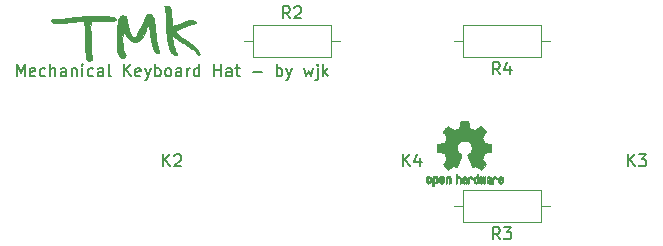
<source format=gbr>
G04 #@! TF.GenerationSoftware,KiCad,Pcbnew,(5.1.9)-1*
G04 #@! TF.CreationDate,2021-01-29T19:09:00+08:00*
G04 #@! TF.ProjectId,board,626f6172-642e-46b6-9963-61645f706362,rev?*
G04 #@! TF.SameCoordinates,Original*
G04 #@! TF.FileFunction,Legend,Top*
G04 #@! TF.FilePolarity,Positive*
%FSLAX46Y46*%
G04 Gerber Fmt 4.6, Leading zero omitted, Abs format (unit mm)*
G04 Created by KiCad (PCBNEW (5.1.9)-1) date 2021-01-29 19:09:00*
%MOMM*%
%LPD*%
G01*
G04 APERTURE LIST*
%ADD10C,0.150000*%
%ADD11C,0.010000*%
%ADD12C,0.120000*%
G04 APERTURE END LIST*
D10*
X118937142Y-104592380D02*
X118937142Y-103592380D01*
X119270476Y-104306666D01*
X119603809Y-103592380D01*
X119603809Y-104592380D01*
X120460952Y-104544761D02*
X120365714Y-104592380D01*
X120175238Y-104592380D01*
X120080000Y-104544761D01*
X120032380Y-104449523D01*
X120032380Y-104068571D01*
X120080000Y-103973333D01*
X120175238Y-103925714D01*
X120365714Y-103925714D01*
X120460952Y-103973333D01*
X120508571Y-104068571D01*
X120508571Y-104163809D01*
X120032380Y-104259047D01*
X121365714Y-104544761D02*
X121270476Y-104592380D01*
X121080000Y-104592380D01*
X120984761Y-104544761D01*
X120937142Y-104497142D01*
X120889523Y-104401904D01*
X120889523Y-104116190D01*
X120937142Y-104020952D01*
X120984761Y-103973333D01*
X121080000Y-103925714D01*
X121270476Y-103925714D01*
X121365714Y-103973333D01*
X121794285Y-104592380D02*
X121794285Y-103592380D01*
X122222857Y-104592380D02*
X122222857Y-104068571D01*
X122175238Y-103973333D01*
X122080000Y-103925714D01*
X121937142Y-103925714D01*
X121841904Y-103973333D01*
X121794285Y-104020952D01*
X123127619Y-104592380D02*
X123127619Y-104068571D01*
X123080000Y-103973333D01*
X122984761Y-103925714D01*
X122794285Y-103925714D01*
X122699047Y-103973333D01*
X123127619Y-104544761D02*
X123032380Y-104592380D01*
X122794285Y-104592380D01*
X122699047Y-104544761D01*
X122651428Y-104449523D01*
X122651428Y-104354285D01*
X122699047Y-104259047D01*
X122794285Y-104211428D01*
X123032380Y-104211428D01*
X123127619Y-104163809D01*
X123603809Y-103925714D02*
X123603809Y-104592380D01*
X123603809Y-104020952D02*
X123651428Y-103973333D01*
X123746666Y-103925714D01*
X123889523Y-103925714D01*
X123984761Y-103973333D01*
X124032380Y-104068571D01*
X124032380Y-104592380D01*
X124508571Y-104592380D02*
X124508571Y-103925714D01*
X124508571Y-103592380D02*
X124460952Y-103640000D01*
X124508571Y-103687619D01*
X124556190Y-103640000D01*
X124508571Y-103592380D01*
X124508571Y-103687619D01*
X125413333Y-104544761D02*
X125318095Y-104592380D01*
X125127619Y-104592380D01*
X125032380Y-104544761D01*
X124984761Y-104497142D01*
X124937142Y-104401904D01*
X124937142Y-104116190D01*
X124984761Y-104020952D01*
X125032380Y-103973333D01*
X125127619Y-103925714D01*
X125318095Y-103925714D01*
X125413333Y-103973333D01*
X126270476Y-104592380D02*
X126270476Y-104068571D01*
X126222857Y-103973333D01*
X126127619Y-103925714D01*
X125937142Y-103925714D01*
X125841904Y-103973333D01*
X126270476Y-104544761D02*
X126175238Y-104592380D01*
X125937142Y-104592380D01*
X125841904Y-104544761D01*
X125794285Y-104449523D01*
X125794285Y-104354285D01*
X125841904Y-104259047D01*
X125937142Y-104211428D01*
X126175238Y-104211428D01*
X126270476Y-104163809D01*
X126889523Y-104592380D02*
X126794285Y-104544761D01*
X126746666Y-104449523D01*
X126746666Y-103592380D01*
X128032380Y-104592380D02*
X128032380Y-103592380D01*
X128603809Y-104592380D02*
X128175238Y-104020952D01*
X128603809Y-103592380D02*
X128032380Y-104163809D01*
X129413333Y-104544761D02*
X129318095Y-104592380D01*
X129127619Y-104592380D01*
X129032380Y-104544761D01*
X128984761Y-104449523D01*
X128984761Y-104068571D01*
X129032380Y-103973333D01*
X129127619Y-103925714D01*
X129318095Y-103925714D01*
X129413333Y-103973333D01*
X129460952Y-104068571D01*
X129460952Y-104163809D01*
X128984761Y-104259047D01*
X129794285Y-103925714D02*
X130032380Y-104592380D01*
X130270476Y-103925714D02*
X130032380Y-104592380D01*
X129937142Y-104830476D01*
X129889523Y-104878095D01*
X129794285Y-104925714D01*
X130651428Y-104592380D02*
X130651428Y-103592380D01*
X130651428Y-103973333D02*
X130746666Y-103925714D01*
X130937142Y-103925714D01*
X131032380Y-103973333D01*
X131079999Y-104020952D01*
X131127619Y-104116190D01*
X131127619Y-104401904D01*
X131079999Y-104497142D01*
X131032380Y-104544761D01*
X130937142Y-104592380D01*
X130746666Y-104592380D01*
X130651428Y-104544761D01*
X131699047Y-104592380D02*
X131603809Y-104544761D01*
X131556190Y-104497142D01*
X131508571Y-104401904D01*
X131508571Y-104116190D01*
X131556190Y-104020952D01*
X131603809Y-103973333D01*
X131699047Y-103925714D01*
X131841904Y-103925714D01*
X131937142Y-103973333D01*
X131984761Y-104020952D01*
X132032380Y-104116190D01*
X132032380Y-104401904D01*
X131984761Y-104497142D01*
X131937142Y-104544761D01*
X131841904Y-104592380D01*
X131699047Y-104592380D01*
X132889523Y-104592380D02*
X132889523Y-104068571D01*
X132841904Y-103973333D01*
X132746666Y-103925714D01*
X132556190Y-103925714D01*
X132460952Y-103973333D01*
X132889523Y-104544761D02*
X132794285Y-104592380D01*
X132556190Y-104592380D01*
X132460952Y-104544761D01*
X132413333Y-104449523D01*
X132413333Y-104354285D01*
X132460952Y-104259047D01*
X132556190Y-104211428D01*
X132794285Y-104211428D01*
X132889523Y-104163809D01*
X133365714Y-104592380D02*
X133365714Y-103925714D01*
X133365714Y-104116190D02*
X133413333Y-104020952D01*
X133460952Y-103973333D01*
X133556190Y-103925714D01*
X133651428Y-103925714D01*
X134413333Y-104592380D02*
X134413333Y-103592380D01*
X134413333Y-104544761D02*
X134318095Y-104592380D01*
X134127619Y-104592380D01*
X134032380Y-104544761D01*
X133984761Y-104497142D01*
X133937142Y-104401904D01*
X133937142Y-104116190D01*
X133984761Y-104020952D01*
X134032380Y-103973333D01*
X134127619Y-103925714D01*
X134318095Y-103925714D01*
X134413333Y-103973333D01*
X135651428Y-104592380D02*
X135651428Y-103592380D01*
X135651428Y-104068571D02*
X136222857Y-104068571D01*
X136222857Y-104592380D02*
X136222857Y-103592380D01*
X137127619Y-104592380D02*
X137127619Y-104068571D01*
X137080000Y-103973333D01*
X136984761Y-103925714D01*
X136794285Y-103925714D01*
X136699047Y-103973333D01*
X137127619Y-104544761D02*
X137032380Y-104592380D01*
X136794285Y-104592380D01*
X136699047Y-104544761D01*
X136651428Y-104449523D01*
X136651428Y-104354285D01*
X136699047Y-104259047D01*
X136794285Y-104211428D01*
X137032380Y-104211428D01*
X137127619Y-104163809D01*
X137460952Y-103925714D02*
X137841904Y-103925714D01*
X137603809Y-103592380D02*
X137603809Y-104449523D01*
X137651428Y-104544761D01*
X137746666Y-104592380D01*
X137841904Y-104592380D01*
X138937142Y-104211428D02*
X139699047Y-104211428D01*
X140937142Y-104592380D02*
X140937142Y-103592380D01*
X140937142Y-103973333D02*
X141032380Y-103925714D01*
X141222857Y-103925714D01*
X141318095Y-103973333D01*
X141365714Y-104020952D01*
X141413333Y-104116190D01*
X141413333Y-104401904D01*
X141365714Y-104497142D01*
X141318095Y-104544761D01*
X141222857Y-104592380D01*
X141032380Y-104592380D01*
X140937142Y-104544761D01*
X141746666Y-103925714D02*
X141984761Y-104592380D01*
X142222857Y-103925714D02*
X141984761Y-104592380D01*
X141889523Y-104830476D01*
X141841904Y-104878095D01*
X141746666Y-104925714D01*
X143270476Y-103925714D02*
X143460952Y-104592380D01*
X143651428Y-104116190D01*
X143841904Y-104592380D01*
X144032380Y-103925714D01*
X144413333Y-103925714D02*
X144413333Y-104782857D01*
X144365714Y-104878095D01*
X144270476Y-104925714D01*
X144222857Y-104925714D01*
X144413333Y-103592380D02*
X144365714Y-103640000D01*
X144413333Y-103687619D01*
X144460952Y-103640000D01*
X144413333Y-103592380D01*
X144413333Y-103687619D01*
X144889523Y-104592380D02*
X144889523Y-103592380D01*
X144984761Y-104211428D02*
X145270476Y-104592380D01*
X145270476Y-103925714D02*
X144889523Y-104306666D01*
X131341904Y-112212380D02*
X131341904Y-111212380D01*
X131913333Y-112212380D02*
X131484761Y-111640952D01*
X131913333Y-111212380D02*
X131341904Y-111783809D01*
X132294285Y-111307619D02*
X132341904Y-111260000D01*
X132437142Y-111212380D01*
X132675238Y-111212380D01*
X132770476Y-111260000D01*
X132818095Y-111307619D01*
X132865714Y-111402857D01*
X132865714Y-111498095D01*
X132818095Y-111640952D01*
X132246666Y-112212380D01*
X132865714Y-112212380D01*
X151661904Y-112212380D02*
X151661904Y-111212380D01*
X152233333Y-112212380D02*
X151804761Y-111640952D01*
X152233333Y-111212380D02*
X151661904Y-111783809D01*
X153090476Y-111545714D02*
X153090476Y-112212380D01*
X152852380Y-111164761D02*
X152614285Y-111879047D01*
X153233333Y-111879047D01*
X170711904Y-112212380D02*
X170711904Y-111212380D01*
X171283333Y-112212380D02*
X170854761Y-111640952D01*
X171283333Y-111212380D02*
X170711904Y-111783809D01*
X171616666Y-111212380D02*
X172235714Y-111212380D01*
X171902380Y-111593333D01*
X172045238Y-111593333D01*
X172140476Y-111640952D01*
X172188095Y-111688571D01*
X172235714Y-111783809D01*
X172235714Y-112021904D01*
X172188095Y-112117142D01*
X172140476Y-112164761D01*
X172045238Y-112212380D01*
X171759523Y-112212380D01*
X171664285Y-112164761D01*
X171616666Y-112117142D01*
D11*
G36*
X154444744Y-113044918D02*
G01*
X154500201Y-113072568D01*
X154549148Y-113123480D01*
X154562629Y-113142338D01*
X154577314Y-113167015D01*
X154586842Y-113193816D01*
X154592293Y-113229587D01*
X154594747Y-113281169D01*
X154595286Y-113349267D01*
X154592852Y-113442588D01*
X154584394Y-113512657D01*
X154568174Y-113564931D01*
X154542454Y-113604869D01*
X154505497Y-113637929D01*
X154502782Y-113639886D01*
X154466360Y-113659908D01*
X154422502Y-113669815D01*
X154366724Y-113672257D01*
X154276048Y-113672257D01*
X154276010Y-113760283D01*
X154275166Y-113809308D01*
X154270024Y-113838065D01*
X154256587Y-113855311D01*
X154230858Y-113869808D01*
X154224679Y-113872769D01*
X154195764Y-113886648D01*
X154173376Y-113895414D01*
X154156729Y-113896171D01*
X154145036Y-113886023D01*
X154137510Y-113862073D01*
X154133366Y-113821426D01*
X154131815Y-113761186D01*
X154132071Y-113678455D01*
X154133349Y-113570339D01*
X154133748Y-113538000D01*
X154135185Y-113426524D01*
X154136472Y-113353603D01*
X154275971Y-113353603D01*
X154276755Y-113415499D01*
X154280240Y-113455997D01*
X154288124Y-113482708D01*
X154302105Y-113503244D01*
X154311597Y-113513260D01*
X154350404Y-113542567D01*
X154384763Y-113544952D01*
X154420216Y-113520750D01*
X154421114Y-113519857D01*
X154435539Y-113501153D01*
X154444313Y-113475732D01*
X154448739Y-113436584D01*
X154450118Y-113376697D01*
X154450143Y-113363430D01*
X154446812Y-113280901D01*
X154435969Y-113223691D01*
X154416340Y-113188766D01*
X154386650Y-113173094D01*
X154369491Y-113171514D01*
X154328766Y-113178926D01*
X154300832Y-113203330D01*
X154284017Y-113247980D01*
X154276650Y-113316130D01*
X154275971Y-113353603D01*
X154136472Y-113353603D01*
X154136708Y-113340245D01*
X154138677Y-113275333D01*
X154141450Y-113227958D01*
X154145388Y-113194290D01*
X154150849Y-113170498D01*
X154158192Y-113152753D01*
X154167777Y-113137224D01*
X154171887Y-113131381D01*
X154226405Y-113076185D01*
X154295336Y-113044890D01*
X154375072Y-113036165D01*
X154444744Y-113044918D01*
G37*
X154444744Y-113044918D02*
X154500201Y-113072568D01*
X154549148Y-113123480D01*
X154562629Y-113142338D01*
X154577314Y-113167015D01*
X154586842Y-113193816D01*
X154592293Y-113229587D01*
X154594747Y-113281169D01*
X154595286Y-113349267D01*
X154592852Y-113442588D01*
X154584394Y-113512657D01*
X154568174Y-113564931D01*
X154542454Y-113604869D01*
X154505497Y-113637929D01*
X154502782Y-113639886D01*
X154466360Y-113659908D01*
X154422502Y-113669815D01*
X154366724Y-113672257D01*
X154276048Y-113672257D01*
X154276010Y-113760283D01*
X154275166Y-113809308D01*
X154270024Y-113838065D01*
X154256587Y-113855311D01*
X154230858Y-113869808D01*
X154224679Y-113872769D01*
X154195764Y-113886648D01*
X154173376Y-113895414D01*
X154156729Y-113896171D01*
X154145036Y-113886023D01*
X154137510Y-113862073D01*
X154133366Y-113821426D01*
X154131815Y-113761186D01*
X154132071Y-113678455D01*
X154133349Y-113570339D01*
X154133748Y-113538000D01*
X154135185Y-113426524D01*
X154136472Y-113353603D01*
X154275971Y-113353603D01*
X154276755Y-113415499D01*
X154280240Y-113455997D01*
X154288124Y-113482708D01*
X154302105Y-113503244D01*
X154311597Y-113513260D01*
X154350404Y-113542567D01*
X154384763Y-113544952D01*
X154420216Y-113520750D01*
X154421114Y-113519857D01*
X154435539Y-113501153D01*
X154444313Y-113475732D01*
X154448739Y-113436584D01*
X154450118Y-113376697D01*
X154450143Y-113363430D01*
X154446812Y-113280901D01*
X154435969Y-113223691D01*
X154416340Y-113188766D01*
X154386650Y-113173094D01*
X154369491Y-113171514D01*
X154328766Y-113178926D01*
X154300832Y-113203330D01*
X154284017Y-113247980D01*
X154276650Y-113316130D01*
X154275971Y-113353603D01*
X154136472Y-113353603D01*
X154136708Y-113340245D01*
X154138677Y-113275333D01*
X154141450Y-113227958D01*
X154145388Y-113194290D01*
X154150849Y-113170498D01*
X154158192Y-113152753D01*
X154167777Y-113137224D01*
X154171887Y-113131381D01*
X154226405Y-113076185D01*
X154295336Y-113044890D01*
X154375072Y-113036165D01*
X154444744Y-113044918D01*
G36*
X155561093Y-113052780D02*
G01*
X155607672Y-113079723D01*
X155640057Y-113106466D01*
X155663742Y-113134484D01*
X155680059Y-113168748D01*
X155690339Y-113214227D01*
X155695914Y-113275892D01*
X155698116Y-113358711D01*
X155698371Y-113418246D01*
X155698371Y-113637391D01*
X155636686Y-113665044D01*
X155575000Y-113692697D01*
X155567743Y-113452670D01*
X155564744Y-113363028D01*
X155561598Y-113297962D01*
X155557701Y-113253026D01*
X155552447Y-113223770D01*
X155545231Y-113205748D01*
X155535450Y-113194511D01*
X155532312Y-113192079D01*
X155484761Y-113173083D01*
X155436697Y-113180600D01*
X155408086Y-113200543D01*
X155396447Y-113214675D01*
X155388391Y-113233220D01*
X155383271Y-113261334D01*
X155380441Y-113304173D01*
X155379256Y-113366895D01*
X155379057Y-113432261D01*
X155379018Y-113514268D01*
X155377614Y-113572316D01*
X155372914Y-113611465D01*
X155362987Y-113636780D01*
X155345903Y-113653323D01*
X155319732Y-113666156D01*
X155284775Y-113679491D01*
X155246596Y-113694007D01*
X155251141Y-113436389D01*
X155252971Y-113343519D01*
X155255112Y-113274889D01*
X155258181Y-113225711D01*
X155262794Y-113191198D01*
X155269568Y-113166562D01*
X155279119Y-113147016D01*
X155290634Y-113129770D01*
X155346190Y-113074680D01*
X155413980Y-113042822D01*
X155487713Y-113035191D01*
X155561093Y-113052780D01*
G37*
X155561093Y-113052780D02*
X155607672Y-113079723D01*
X155640057Y-113106466D01*
X155663742Y-113134484D01*
X155680059Y-113168748D01*
X155690339Y-113214227D01*
X155695914Y-113275892D01*
X155698116Y-113358711D01*
X155698371Y-113418246D01*
X155698371Y-113637391D01*
X155636686Y-113665044D01*
X155575000Y-113692697D01*
X155567743Y-113452670D01*
X155564744Y-113363028D01*
X155561598Y-113297962D01*
X155557701Y-113253026D01*
X155552447Y-113223770D01*
X155545231Y-113205748D01*
X155535450Y-113194511D01*
X155532312Y-113192079D01*
X155484761Y-113173083D01*
X155436697Y-113180600D01*
X155408086Y-113200543D01*
X155396447Y-113214675D01*
X155388391Y-113233220D01*
X155383271Y-113261334D01*
X155380441Y-113304173D01*
X155379256Y-113366895D01*
X155379057Y-113432261D01*
X155379018Y-113514268D01*
X155377614Y-113572316D01*
X155372914Y-113611465D01*
X155362987Y-113636780D01*
X155345903Y-113653323D01*
X155319732Y-113666156D01*
X155284775Y-113679491D01*
X155246596Y-113694007D01*
X155251141Y-113436389D01*
X155252971Y-113343519D01*
X155255112Y-113274889D01*
X155258181Y-113225711D01*
X155262794Y-113191198D01*
X155269568Y-113166562D01*
X155279119Y-113147016D01*
X155290634Y-113129770D01*
X155346190Y-113074680D01*
X155413980Y-113042822D01*
X155487713Y-113035191D01*
X155561093Y-113052780D01*
G36*
X153886115Y-113046962D02*
G01*
X153954145Y-113082733D01*
X154004351Y-113140301D01*
X154022185Y-113177312D01*
X154036063Y-113232882D01*
X154043167Y-113303096D01*
X154043840Y-113379727D01*
X154038427Y-113454552D01*
X154027270Y-113519342D01*
X154010714Y-113565873D01*
X154005626Y-113573887D01*
X153945355Y-113633707D01*
X153873769Y-113669535D01*
X153796092Y-113680020D01*
X153717548Y-113663810D01*
X153695689Y-113654092D01*
X153653122Y-113624143D01*
X153615763Y-113584433D01*
X153612232Y-113579397D01*
X153597881Y-113555124D01*
X153588394Y-113529178D01*
X153582790Y-113495022D01*
X153580086Y-113446119D01*
X153579299Y-113375935D01*
X153579286Y-113360200D01*
X153579322Y-113355192D01*
X153724429Y-113355192D01*
X153725273Y-113421430D01*
X153728596Y-113465386D01*
X153735583Y-113493779D01*
X153747416Y-113513325D01*
X153753457Y-113519857D01*
X153788186Y-113544680D01*
X153821903Y-113543548D01*
X153855995Y-113522016D01*
X153876329Y-113499029D01*
X153888371Y-113465478D01*
X153895134Y-113412569D01*
X153895598Y-113406399D01*
X153896752Y-113310513D01*
X153884688Y-113239299D01*
X153859570Y-113193194D01*
X153821560Y-113172635D01*
X153807992Y-113171514D01*
X153772364Y-113177152D01*
X153747994Y-113196686D01*
X153733093Y-113234042D01*
X153725875Y-113293150D01*
X153724429Y-113355192D01*
X153579322Y-113355192D01*
X153579826Y-113285413D01*
X153582096Y-113233159D01*
X153587068Y-113196949D01*
X153595713Y-113170299D01*
X153609005Y-113146722D01*
X153611943Y-113142338D01*
X153661313Y-113083249D01*
X153715109Y-113048947D01*
X153780602Y-113035331D01*
X153802842Y-113034665D01*
X153886115Y-113046962D01*
G37*
X153886115Y-113046962D02*
X153954145Y-113082733D01*
X154004351Y-113140301D01*
X154022185Y-113177312D01*
X154036063Y-113232882D01*
X154043167Y-113303096D01*
X154043840Y-113379727D01*
X154038427Y-113454552D01*
X154027270Y-113519342D01*
X154010714Y-113565873D01*
X154005626Y-113573887D01*
X153945355Y-113633707D01*
X153873769Y-113669535D01*
X153796092Y-113680020D01*
X153717548Y-113663810D01*
X153695689Y-113654092D01*
X153653122Y-113624143D01*
X153615763Y-113584433D01*
X153612232Y-113579397D01*
X153597881Y-113555124D01*
X153588394Y-113529178D01*
X153582790Y-113495022D01*
X153580086Y-113446119D01*
X153579299Y-113375935D01*
X153579286Y-113360200D01*
X153579322Y-113355192D01*
X153724429Y-113355192D01*
X153725273Y-113421430D01*
X153728596Y-113465386D01*
X153735583Y-113493779D01*
X153747416Y-113513325D01*
X153753457Y-113519857D01*
X153788186Y-113544680D01*
X153821903Y-113543548D01*
X153855995Y-113522016D01*
X153876329Y-113499029D01*
X153888371Y-113465478D01*
X153895134Y-113412569D01*
X153895598Y-113406399D01*
X153896752Y-113310513D01*
X153884688Y-113239299D01*
X153859570Y-113193194D01*
X153821560Y-113172635D01*
X153807992Y-113171514D01*
X153772364Y-113177152D01*
X153747994Y-113196686D01*
X153733093Y-113234042D01*
X153725875Y-113293150D01*
X153724429Y-113355192D01*
X153579322Y-113355192D01*
X153579826Y-113285413D01*
X153582096Y-113233159D01*
X153587068Y-113196949D01*
X153595713Y-113170299D01*
X153609005Y-113146722D01*
X153611943Y-113142338D01*
X153661313Y-113083249D01*
X153715109Y-113048947D01*
X153780602Y-113035331D01*
X153802842Y-113034665D01*
X153886115Y-113046962D01*
G36*
X155013303Y-113056239D02*
G01*
X155070527Y-113094735D01*
X155114749Y-113150335D01*
X155141167Y-113221086D01*
X155146510Y-113273162D01*
X155145903Y-113294893D01*
X155140822Y-113311531D01*
X155126855Y-113326437D01*
X155099589Y-113342973D01*
X155054612Y-113364498D01*
X154987511Y-113394374D01*
X154987171Y-113394524D01*
X154925407Y-113422813D01*
X154874759Y-113447933D01*
X154840404Y-113467179D01*
X154827518Y-113477848D01*
X154827514Y-113477934D01*
X154838872Y-113501166D01*
X154865431Y-113526774D01*
X154895923Y-113545221D01*
X154911370Y-113548886D01*
X154953515Y-113536212D01*
X154989808Y-113504471D01*
X155007517Y-113469572D01*
X155024552Y-113443845D01*
X155057922Y-113414546D01*
X155097149Y-113389235D01*
X155131756Y-113375471D01*
X155138993Y-113374714D01*
X155147139Y-113387160D01*
X155147630Y-113418972D01*
X155141643Y-113461866D01*
X155130357Y-113507558D01*
X155114950Y-113547761D01*
X155114171Y-113549322D01*
X155067804Y-113614062D01*
X155007711Y-113658097D01*
X154939465Y-113679711D01*
X154868638Y-113677185D01*
X154800804Y-113648804D01*
X154797788Y-113646808D01*
X154744427Y-113598448D01*
X154709340Y-113535352D01*
X154689922Y-113452387D01*
X154687316Y-113429078D01*
X154682701Y-113319055D01*
X154688233Y-113267748D01*
X154827514Y-113267748D01*
X154829324Y-113299753D01*
X154839222Y-113309093D01*
X154863898Y-113302105D01*
X154902795Y-113285587D01*
X154946275Y-113264881D01*
X154947356Y-113264333D01*
X154984209Y-113244949D01*
X154999000Y-113232013D01*
X154995353Y-113218451D01*
X154979995Y-113200632D01*
X154940923Y-113174845D01*
X154898846Y-113172950D01*
X154861103Y-113191717D01*
X154835034Y-113227915D01*
X154827514Y-113267748D01*
X154688233Y-113267748D01*
X154692194Y-113231027D01*
X154716550Y-113161212D01*
X154750456Y-113112302D01*
X154811653Y-113062878D01*
X154879063Y-113038359D01*
X154947880Y-113036797D01*
X155013303Y-113056239D01*
G37*
X155013303Y-113056239D02*
X155070527Y-113094735D01*
X155114749Y-113150335D01*
X155141167Y-113221086D01*
X155146510Y-113273162D01*
X155145903Y-113294893D01*
X155140822Y-113311531D01*
X155126855Y-113326437D01*
X155099589Y-113342973D01*
X155054612Y-113364498D01*
X154987511Y-113394374D01*
X154987171Y-113394524D01*
X154925407Y-113422813D01*
X154874759Y-113447933D01*
X154840404Y-113467179D01*
X154827518Y-113477848D01*
X154827514Y-113477934D01*
X154838872Y-113501166D01*
X154865431Y-113526774D01*
X154895923Y-113545221D01*
X154911370Y-113548886D01*
X154953515Y-113536212D01*
X154989808Y-113504471D01*
X155007517Y-113469572D01*
X155024552Y-113443845D01*
X155057922Y-113414546D01*
X155097149Y-113389235D01*
X155131756Y-113375471D01*
X155138993Y-113374714D01*
X155147139Y-113387160D01*
X155147630Y-113418972D01*
X155141643Y-113461866D01*
X155130357Y-113507558D01*
X155114950Y-113547761D01*
X155114171Y-113549322D01*
X155067804Y-113614062D01*
X155007711Y-113658097D01*
X154939465Y-113679711D01*
X154868638Y-113677185D01*
X154800804Y-113648804D01*
X154797788Y-113646808D01*
X154744427Y-113598448D01*
X154709340Y-113535352D01*
X154689922Y-113452387D01*
X154687316Y-113429078D01*
X154682701Y-113319055D01*
X154688233Y-113267748D01*
X154827514Y-113267748D01*
X154829324Y-113299753D01*
X154839222Y-113309093D01*
X154863898Y-113302105D01*
X154902795Y-113285587D01*
X154946275Y-113264881D01*
X154947356Y-113264333D01*
X154984209Y-113244949D01*
X154999000Y-113232013D01*
X154995353Y-113218451D01*
X154979995Y-113200632D01*
X154940923Y-113174845D01*
X154898846Y-113172950D01*
X154861103Y-113191717D01*
X154835034Y-113227915D01*
X154827514Y-113267748D01*
X154688233Y-113267748D01*
X154692194Y-113231027D01*
X154716550Y-113161212D01*
X154750456Y-113112302D01*
X154811653Y-113062878D01*
X154879063Y-113038359D01*
X154947880Y-113036797D01*
X155013303Y-113056239D01*
G36*
X156220886Y-112976289D02*
G01*
X156225139Y-113035613D01*
X156230025Y-113070572D01*
X156236795Y-113085820D01*
X156246702Y-113086015D01*
X156249914Y-113084195D01*
X156292644Y-113071015D01*
X156348227Y-113071785D01*
X156404737Y-113085333D01*
X156440082Y-113102861D01*
X156476321Y-113130861D01*
X156502813Y-113162549D01*
X156520999Y-113202813D01*
X156532322Y-113256543D01*
X156538222Y-113328626D01*
X156540143Y-113423951D01*
X156540177Y-113442237D01*
X156540200Y-113647646D01*
X156494491Y-113663580D01*
X156462027Y-113674420D01*
X156444215Y-113679468D01*
X156443691Y-113679514D01*
X156441937Y-113665828D01*
X156440444Y-113628076D01*
X156439326Y-113571224D01*
X156438697Y-113500234D01*
X156438600Y-113457073D01*
X156438398Y-113371973D01*
X156437358Y-113310981D01*
X156434831Y-113269177D01*
X156430164Y-113241642D01*
X156422707Y-113223456D01*
X156411811Y-113209698D01*
X156405007Y-113203073D01*
X156358272Y-113176375D01*
X156307272Y-113174375D01*
X156261001Y-113196955D01*
X156252444Y-113205107D01*
X156239893Y-113220436D01*
X156231188Y-113238618D01*
X156225631Y-113264909D01*
X156222526Y-113304562D01*
X156221176Y-113362832D01*
X156220886Y-113443173D01*
X156220886Y-113647646D01*
X156175177Y-113663580D01*
X156142713Y-113674420D01*
X156124901Y-113679468D01*
X156124377Y-113679514D01*
X156123037Y-113665623D01*
X156121828Y-113626439D01*
X156120801Y-113565700D01*
X156120002Y-113487141D01*
X156119481Y-113394498D01*
X156119286Y-113291509D01*
X156119286Y-112894342D01*
X156166457Y-112874444D01*
X156213629Y-112854547D01*
X156220886Y-112976289D01*
G37*
X156220886Y-112976289D02*
X156225139Y-113035613D01*
X156230025Y-113070572D01*
X156236795Y-113085820D01*
X156246702Y-113086015D01*
X156249914Y-113084195D01*
X156292644Y-113071015D01*
X156348227Y-113071785D01*
X156404737Y-113085333D01*
X156440082Y-113102861D01*
X156476321Y-113130861D01*
X156502813Y-113162549D01*
X156520999Y-113202813D01*
X156532322Y-113256543D01*
X156538222Y-113328626D01*
X156540143Y-113423951D01*
X156540177Y-113442237D01*
X156540200Y-113647646D01*
X156494491Y-113663580D01*
X156462027Y-113674420D01*
X156444215Y-113679468D01*
X156443691Y-113679514D01*
X156441937Y-113665828D01*
X156440444Y-113628076D01*
X156439326Y-113571224D01*
X156438697Y-113500234D01*
X156438600Y-113457073D01*
X156438398Y-113371973D01*
X156437358Y-113310981D01*
X156434831Y-113269177D01*
X156430164Y-113241642D01*
X156422707Y-113223456D01*
X156411811Y-113209698D01*
X156405007Y-113203073D01*
X156358272Y-113176375D01*
X156307272Y-113174375D01*
X156261001Y-113196955D01*
X156252444Y-113205107D01*
X156239893Y-113220436D01*
X156231188Y-113238618D01*
X156225631Y-113264909D01*
X156222526Y-113304562D01*
X156221176Y-113362832D01*
X156220886Y-113443173D01*
X156220886Y-113647646D01*
X156175177Y-113663580D01*
X156142713Y-113674420D01*
X156124901Y-113679468D01*
X156124377Y-113679514D01*
X156123037Y-113665623D01*
X156121828Y-113626439D01*
X156120801Y-113565700D01*
X156120002Y-113487141D01*
X156119481Y-113394498D01*
X156119286Y-113291509D01*
X156119286Y-112894342D01*
X156166457Y-112874444D01*
X156213629Y-112854547D01*
X156220886Y-112976289D01*
G36*
X156884744Y-113075968D02*
G01*
X156941616Y-113097087D01*
X156942267Y-113097493D01*
X156977440Y-113123380D01*
X157003407Y-113153633D01*
X157021670Y-113193058D01*
X157033732Y-113246462D01*
X157041096Y-113318651D01*
X157045264Y-113414432D01*
X157045629Y-113428078D01*
X157050876Y-113633842D01*
X157006716Y-113656678D01*
X156974763Y-113672110D01*
X156955470Y-113679423D01*
X156954578Y-113679514D01*
X156951239Y-113666022D01*
X156948587Y-113629626D01*
X156946956Y-113576452D01*
X156946600Y-113533393D01*
X156946592Y-113463641D01*
X156943403Y-113419837D01*
X156932288Y-113398944D01*
X156908501Y-113397925D01*
X156867296Y-113413741D01*
X156805086Y-113442815D01*
X156759341Y-113466963D01*
X156735813Y-113487913D01*
X156728896Y-113510747D01*
X156728886Y-113511877D01*
X156740299Y-113551212D01*
X156774092Y-113572462D01*
X156825809Y-113575539D01*
X156863061Y-113575006D01*
X156882703Y-113585735D01*
X156894952Y-113611505D01*
X156902002Y-113644337D01*
X156891842Y-113662966D01*
X156888017Y-113665632D01*
X156852001Y-113676340D01*
X156801566Y-113677856D01*
X156749626Y-113670759D01*
X156712822Y-113657788D01*
X156661938Y-113614585D01*
X156633014Y-113554446D01*
X156627286Y-113507462D01*
X156631657Y-113465082D01*
X156647475Y-113430488D01*
X156678797Y-113399763D01*
X156729678Y-113368990D01*
X156804176Y-113334252D01*
X156808714Y-113332288D01*
X156875821Y-113301287D01*
X156917232Y-113275862D01*
X156934981Y-113253014D01*
X156931107Y-113229745D01*
X156907643Y-113203056D01*
X156900627Y-113196914D01*
X156853630Y-113173100D01*
X156804933Y-113174103D01*
X156762522Y-113197451D01*
X156734384Y-113240675D01*
X156731769Y-113249160D01*
X156706308Y-113290308D01*
X156674001Y-113310128D01*
X156627286Y-113329770D01*
X156627286Y-113278950D01*
X156641496Y-113205082D01*
X156683675Y-113137327D01*
X156705624Y-113114661D01*
X156755517Y-113085569D01*
X156818967Y-113072400D01*
X156884744Y-113075968D01*
G37*
X156884744Y-113075968D02*
X156941616Y-113097087D01*
X156942267Y-113097493D01*
X156977440Y-113123380D01*
X157003407Y-113153633D01*
X157021670Y-113193058D01*
X157033732Y-113246462D01*
X157041096Y-113318651D01*
X157045264Y-113414432D01*
X157045629Y-113428078D01*
X157050876Y-113633842D01*
X157006716Y-113656678D01*
X156974763Y-113672110D01*
X156955470Y-113679423D01*
X156954578Y-113679514D01*
X156951239Y-113666022D01*
X156948587Y-113629626D01*
X156946956Y-113576452D01*
X156946600Y-113533393D01*
X156946592Y-113463641D01*
X156943403Y-113419837D01*
X156932288Y-113398944D01*
X156908501Y-113397925D01*
X156867296Y-113413741D01*
X156805086Y-113442815D01*
X156759341Y-113466963D01*
X156735813Y-113487913D01*
X156728896Y-113510747D01*
X156728886Y-113511877D01*
X156740299Y-113551212D01*
X156774092Y-113572462D01*
X156825809Y-113575539D01*
X156863061Y-113575006D01*
X156882703Y-113585735D01*
X156894952Y-113611505D01*
X156902002Y-113644337D01*
X156891842Y-113662966D01*
X156888017Y-113665632D01*
X156852001Y-113676340D01*
X156801566Y-113677856D01*
X156749626Y-113670759D01*
X156712822Y-113657788D01*
X156661938Y-113614585D01*
X156633014Y-113554446D01*
X156627286Y-113507462D01*
X156631657Y-113465082D01*
X156647475Y-113430488D01*
X156678797Y-113399763D01*
X156729678Y-113368990D01*
X156804176Y-113334252D01*
X156808714Y-113332288D01*
X156875821Y-113301287D01*
X156917232Y-113275862D01*
X156934981Y-113253014D01*
X156931107Y-113229745D01*
X156907643Y-113203056D01*
X156900627Y-113196914D01*
X156853630Y-113173100D01*
X156804933Y-113174103D01*
X156762522Y-113197451D01*
X156734384Y-113240675D01*
X156731769Y-113249160D01*
X156706308Y-113290308D01*
X156674001Y-113310128D01*
X156627286Y-113329770D01*
X156627286Y-113278950D01*
X156641496Y-113205082D01*
X156683675Y-113137327D01*
X156705624Y-113114661D01*
X156755517Y-113085569D01*
X156818967Y-113072400D01*
X156884744Y-113075968D01*
G36*
X157374926Y-113074755D02*
G01*
X157440858Y-113099084D01*
X157494273Y-113142117D01*
X157515164Y-113172409D01*
X157537939Y-113227994D01*
X157537466Y-113268186D01*
X157513562Y-113295217D01*
X157504717Y-113299813D01*
X157466530Y-113314144D01*
X157447028Y-113310472D01*
X157440422Y-113286407D01*
X157440086Y-113273114D01*
X157427992Y-113224210D01*
X157396471Y-113189999D01*
X157352659Y-113173476D01*
X157303695Y-113177634D01*
X157263894Y-113199227D01*
X157250450Y-113211544D01*
X157240921Y-113226487D01*
X157234485Y-113249075D01*
X157230317Y-113284328D01*
X157227597Y-113337266D01*
X157225502Y-113412907D01*
X157224960Y-113436857D01*
X157222981Y-113518790D01*
X157220731Y-113576455D01*
X157217357Y-113614608D01*
X157212006Y-113638004D01*
X157203824Y-113651398D01*
X157191959Y-113659545D01*
X157184362Y-113663144D01*
X157152102Y-113675452D01*
X157133111Y-113679514D01*
X157126836Y-113665948D01*
X157123006Y-113624934D01*
X157121600Y-113555999D01*
X157122598Y-113458669D01*
X157122908Y-113443657D01*
X157125101Y-113354859D01*
X157127693Y-113290019D01*
X157131382Y-113244067D01*
X157136864Y-113211935D01*
X157144835Y-113188553D01*
X157155993Y-113168852D01*
X157161830Y-113160410D01*
X157195296Y-113123057D01*
X157232727Y-113094003D01*
X157237309Y-113091467D01*
X157304426Y-113071443D01*
X157374926Y-113074755D01*
G37*
X157374926Y-113074755D02*
X157440858Y-113099084D01*
X157494273Y-113142117D01*
X157515164Y-113172409D01*
X157537939Y-113227994D01*
X157537466Y-113268186D01*
X157513562Y-113295217D01*
X157504717Y-113299813D01*
X157466530Y-113314144D01*
X157447028Y-113310472D01*
X157440422Y-113286407D01*
X157440086Y-113273114D01*
X157427992Y-113224210D01*
X157396471Y-113189999D01*
X157352659Y-113173476D01*
X157303695Y-113177634D01*
X157263894Y-113199227D01*
X157250450Y-113211544D01*
X157240921Y-113226487D01*
X157234485Y-113249075D01*
X157230317Y-113284328D01*
X157227597Y-113337266D01*
X157225502Y-113412907D01*
X157224960Y-113436857D01*
X157222981Y-113518790D01*
X157220731Y-113576455D01*
X157217357Y-113614608D01*
X157212006Y-113638004D01*
X157203824Y-113651398D01*
X157191959Y-113659545D01*
X157184362Y-113663144D01*
X157152102Y-113675452D01*
X157133111Y-113679514D01*
X157126836Y-113665948D01*
X157123006Y-113624934D01*
X157121600Y-113555999D01*
X157122598Y-113458669D01*
X157122908Y-113443657D01*
X157125101Y-113354859D01*
X157127693Y-113290019D01*
X157131382Y-113244067D01*
X157136864Y-113211935D01*
X157144835Y-113188553D01*
X157155993Y-113168852D01*
X157161830Y-113160410D01*
X157195296Y-113123057D01*
X157232727Y-113094003D01*
X157237309Y-113091467D01*
X157304426Y-113071443D01*
X157374926Y-113074755D01*
G36*
X158035117Y-113190358D02*
G01*
X158034933Y-113298837D01*
X158034219Y-113382287D01*
X158032675Y-113444704D01*
X158030001Y-113490085D01*
X158025894Y-113522429D01*
X158020055Y-113545733D01*
X158012182Y-113563995D01*
X158006221Y-113574418D01*
X157956855Y-113630945D01*
X157894264Y-113666377D01*
X157825013Y-113679090D01*
X157755668Y-113667463D01*
X157714375Y-113646568D01*
X157671025Y-113610422D01*
X157641481Y-113566276D01*
X157623655Y-113508462D01*
X157615463Y-113431313D01*
X157614302Y-113374714D01*
X157614458Y-113370647D01*
X157715857Y-113370647D01*
X157716476Y-113435550D01*
X157719314Y-113478514D01*
X157725840Y-113506622D01*
X157737523Y-113526953D01*
X157751483Y-113542288D01*
X157798365Y-113571890D01*
X157848701Y-113574419D01*
X157896276Y-113549705D01*
X157899979Y-113546356D01*
X157915783Y-113528935D01*
X157925693Y-113508209D01*
X157931058Y-113477362D01*
X157933228Y-113429577D01*
X157933571Y-113376748D01*
X157932827Y-113310381D01*
X157929748Y-113266106D01*
X157923061Y-113237009D01*
X157911496Y-113216173D01*
X157902013Y-113205107D01*
X157857960Y-113177198D01*
X157807224Y-113173843D01*
X157758796Y-113195159D01*
X157749450Y-113203073D01*
X157733540Y-113220647D01*
X157723610Y-113241587D01*
X157718278Y-113272782D01*
X157716163Y-113321122D01*
X157715857Y-113370647D01*
X157614458Y-113370647D01*
X157617810Y-113283568D01*
X157629726Y-113215086D01*
X157652135Y-113163600D01*
X157687124Y-113123443D01*
X157714375Y-113102861D01*
X157763907Y-113080625D01*
X157821316Y-113070304D01*
X157874682Y-113073067D01*
X157904543Y-113084212D01*
X157916261Y-113087383D01*
X157924037Y-113075557D01*
X157929465Y-113043866D01*
X157933571Y-112995593D01*
X157938067Y-112941829D01*
X157944313Y-112909482D01*
X157955676Y-112890985D01*
X157975528Y-112878770D01*
X157988000Y-112873362D01*
X158035171Y-112853601D01*
X158035117Y-113190358D01*
G37*
X158035117Y-113190358D02*
X158034933Y-113298837D01*
X158034219Y-113382287D01*
X158032675Y-113444704D01*
X158030001Y-113490085D01*
X158025894Y-113522429D01*
X158020055Y-113545733D01*
X158012182Y-113563995D01*
X158006221Y-113574418D01*
X157956855Y-113630945D01*
X157894264Y-113666377D01*
X157825013Y-113679090D01*
X157755668Y-113667463D01*
X157714375Y-113646568D01*
X157671025Y-113610422D01*
X157641481Y-113566276D01*
X157623655Y-113508462D01*
X157615463Y-113431313D01*
X157614302Y-113374714D01*
X157614458Y-113370647D01*
X157715857Y-113370647D01*
X157716476Y-113435550D01*
X157719314Y-113478514D01*
X157725840Y-113506622D01*
X157737523Y-113526953D01*
X157751483Y-113542288D01*
X157798365Y-113571890D01*
X157848701Y-113574419D01*
X157896276Y-113549705D01*
X157899979Y-113546356D01*
X157915783Y-113528935D01*
X157925693Y-113508209D01*
X157931058Y-113477362D01*
X157933228Y-113429577D01*
X157933571Y-113376748D01*
X157932827Y-113310381D01*
X157929748Y-113266106D01*
X157923061Y-113237009D01*
X157911496Y-113216173D01*
X157902013Y-113205107D01*
X157857960Y-113177198D01*
X157807224Y-113173843D01*
X157758796Y-113195159D01*
X157749450Y-113203073D01*
X157733540Y-113220647D01*
X157723610Y-113241587D01*
X157718278Y-113272782D01*
X157716163Y-113321122D01*
X157715857Y-113370647D01*
X157614458Y-113370647D01*
X157617810Y-113283568D01*
X157629726Y-113215086D01*
X157652135Y-113163600D01*
X157687124Y-113123443D01*
X157714375Y-113102861D01*
X157763907Y-113080625D01*
X157821316Y-113070304D01*
X157874682Y-113073067D01*
X157904543Y-113084212D01*
X157916261Y-113087383D01*
X157924037Y-113075557D01*
X157929465Y-113043866D01*
X157933571Y-112995593D01*
X157938067Y-112941829D01*
X157944313Y-112909482D01*
X157955676Y-112890985D01*
X157975528Y-112878770D01*
X157988000Y-112873362D01*
X158035171Y-112853601D01*
X158035117Y-113190358D01*
G36*
X158624833Y-113083663D02*
G01*
X158627048Y-113121850D01*
X158628784Y-113179886D01*
X158629899Y-113253180D01*
X158630257Y-113330055D01*
X158630257Y-113590196D01*
X158584326Y-113636127D01*
X158552675Y-113664429D01*
X158524890Y-113675893D01*
X158486915Y-113675168D01*
X158471840Y-113673321D01*
X158424726Y-113667948D01*
X158385756Y-113664869D01*
X158376257Y-113664585D01*
X158344233Y-113666445D01*
X158298432Y-113671114D01*
X158280674Y-113673321D01*
X158237057Y-113676735D01*
X158207745Y-113669320D01*
X158178680Y-113646427D01*
X158168188Y-113636127D01*
X158122257Y-113590196D01*
X158122257Y-113103602D01*
X158159226Y-113086758D01*
X158191059Y-113074282D01*
X158209683Y-113069914D01*
X158214458Y-113083718D01*
X158218921Y-113122286D01*
X158222775Y-113181356D01*
X158225722Y-113256663D01*
X158227143Y-113320286D01*
X158231114Y-113570657D01*
X158265759Y-113575556D01*
X158297268Y-113572131D01*
X158312708Y-113561041D01*
X158317023Y-113540308D01*
X158320708Y-113496145D01*
X158323469Y-113434146D01*
X158325012Y-113359909D01*
X158325235Y-113321706D01*
X158325457Y-113101783D01*
X158371166Y-113085849D01*
X158403518Y-113075015D01*
X158421115Y-113069962D01*
X158421623Y-113069914D01*
X158423388Y-113083648D01*
X158425329Y-113121730D01*
X158427282Y-113179482D01*
X158429084Y-113252227D01*
X158430343Y-113320286D01*
X158434314Y-113570657D01*
X158521400Y-113570657D01*
X158525396Y-113342240D01*
X158529392Y-113113822D01*
X158571847Y-113091868D01*
X158603192Y-113076793D01*
X158621744Y-113069951D01*
X158622279Y-113069914D01*
X158624833Y-113083663D01*
G37*
X158624833Y-113083663D02*
X158627048Y-113121850D01*
X158628784Y-113179886D01*
X158629899Y-113253180D01*
X158630257Y-113330055D01*
X158630257Y-113590196D01*
X158584326Y-113636127D01*
X158552675Y-113664429D01*
X158524890Y-113675893D01*
X158486915Y-113675168D01*
X158471840Y-113673321D01*
X158424726Y-113667948D01*
X158385756Y-113664869D01*
X158376257Y-113664585D01*
X158344233Y-113666445D01*
X158298432Y-113671114D01*
X158280674Y-113673321D01*
X158237057Y-113676735D01*
X158207745Y-113669320D01*
X158178680Y-113646427D01*
X158168188Y-113636127D01*
X158122257Y-113590196D01*
X158122257Y-113103602D01*
X158159226Y-113086758D01*
X158191059Y-113074282D01*
X158209683Y-113069914D01*
X158214458Y-113083718D01*
X158218921Y-113122286D01*
X158222775Y-113181356D01*
X158225722Y-113256663D01*
X158227143Y-113320286D01*
X158231114Y-113570657D01*
X158265759Y-113575556D01*
X158297268Y-113572131D01*
X158312708Y-113561041D01*
X158317023Y-113540308D01*
X158320708Y-113496145D01*
X158323469Y-113434146D01*
X158325012Y-113359909D01*
X158325235Y-113321706D01*
X158325457Y-113101783D01*
X158371166Y-113085849D01*
X158403518Y-113075015D01*
X158421115Y-113069962D01*
X158421623Y-113069914D01*
X158423388Y-113083648D01*
X158425329Y-113121730D01*
X158427282Y-113179482D01*
X158429084Y-113252227D01*
X158430343Y-113320286D01*
X158434314Y-113570657D01*
X158521400Y-113570657D01*
X158525396Y-113342240D01*
X158529392Y-113113822D01*
X158571847Y-113091868D01*
X158603192Y-113076793D01*
X158621744Y-113069951D01*
X158622279Y-113069914D01*
X158624833Y-113083663D01*
G36*
X158989876Y-113081335D02*
G01*
X159031667Y-113100344D01*
X159064469Y-113123378D01*
X159088503Y-113149133D01*
X159105097Y-113182358D01*
X159115577Y-113227800D01*
X159121271Y-113290207D01*
X159123507Y-113374327D01*
X159123743Y-113429721D01*
X159123743Y-113645826D01*
X159086774Y-113662670D01*
X159057656Y-113674981D01*
X159043231Y-113679514D01*
X159040472Y-113666025D01*
X159038282Y-113629653D01*
X159036942Y-113576542D01*
X159036657Y-113534372D01*
X159035434Y-113473447D01*
X159032136Y-113425115D01*
X159027321Y-113395518D01*
X159023496Y-113389229D01*
X158997783Y-113395652D01*
X158957418Y-113412125D01*
X158910679Y-113434458D01*
X158865845Y-113458457D01*
X158831193Y-113479930D01*
X158815002Y-113494685D01*
X158814938Y-113494845D01*
X158816330Y-113522152D01*
X158828818Y-113548219D01*
X158850743Y-113569392D01*
X158882743Y-113576474D01*
X158910092Y-113575649D01*
X158948826Y-113575042D01*
X158969158Y-113584116D01*
X158981369Y-113608092D01*
X158982909Y-113612613D01*
X158988203Y-113646806D01*
X158974047Y-113667568D01*
X158937148Y-113677462D01*
X158897289Y-113679292D01*
X158825562Y-113665727D01*
X158788432Y-113646355D01*
X158742576Y-113600845D01*
X158718256Y-113544983D01*
X158716073Y-113485957D01*
X158736629Y-113430953D01*
X158767549Y-113396486D01*
X158798420Y-113377189D01*
X158846942Y-113352759D01*
X158903485Y-113327985D01*
X158912910Y-113324199D01*
X158975019Y-113296791D01*
X159010822Y-113272634D01*
X159022337Y-113248619D01*
X159011580Y-113221635D01*
X158993114Y-113200543D01*
X158949469Y-113174572D01*
X158901446Y-113172624D01*
X158857406Y-113192637D01*
X158825709Y-113232551D01*
X158821549Y-113242848D01*
X158797327Y-113280724D01*
X158761965Y-113308842D01*
X158717343Y-113331917D01*
X158717343Y-113266485D01*
X158719969Y-113226506D01*
X158731230Y-113194997D01*
X158756199Y-113161378D01*
X158780169Y-113135484D01*
X158817441Y-113098817D01*
X158846401Y-113079121D01*
X158877505Y-113071220D01*
X158912713Y-113069914D01*
X158989876Y-113081335D01*
G37*
X158989876Y-113081335D02*
X159031667Y-113100344D01*
X159064469Y-113123378D01*
X159088503Y-113149133D01*
X159105097Y-113182358D01*
X159115577Y-113227800D01*
X159121271Y-113290207D01*
X159123507Y-113374327D01*
X159123743Y-113429721D01*
X159123743Y-113645826D01*
X159086774Y-113662670D01*
X159057656Y-113674981D01*
X159043231Y-113679514D01*
X159040472Y-113666025D01*
X159038282Y-113629653D01*
X159036942Y-113576542D01*
X159036657Y-113534372D01*
X159035434Y-113473447D01*
X159032136Y-113425115D01*
X159027321Y-113395518D01*
X159023496Y-113389229D01*
X158997783Y-113395652D01*
X158957418Y-113412125D01*
X158910679Y-113434458D01*
X158865845Y-113458457D01*
X158831193Y-113479930D01*
X158815002Y-113494685D01*
X158814938Y-113494845D01*
X158816330Y-113522152D01*
X158828818Y-113548219D01*
X158850743Y-113569392D01*
X158882743Y-113576474D01*
X158910092Y-113575649D01*
X158948826Y-113575042D01*
X158969158Y-113584116D01*
X158981369Y-113608092D01*
X158982909Y-113612613D01*
X158988203Y-113646806D01*
X158974047Y-113667568D01*
X158937148Y-113677462D01*
X158897289Y-113679292D01*
X158825562Y-113665727D01*
X158788432Y-113646355D01*
X158742576Y-113600845D01*
X158718256Y-113544983D01*
X158716073Y-113485957D01*
X158736629Y-113430953D01*
X158767549Y-113396486D01*
X158798420Y-113377189D01*
X158846942Y-113352759D01*
X158903485Y-113327985D01*
X158912910Y-113324199D01*
X158975019Y-113296791D01*
X159010822Y-113272634D01*
X159022337Y-113248619D01*
X159011580Y-113221635D01*
X158993114Y-113200543D01*
X158949469Y-113174572D01*
X158901446Y-113172624D01*
X158857406Y-113192637D01*
X158825709Y-113232551D01*
X158821549Y-113242848D01*
X158797327Y-113280724D01*
X158761965Y-113308842D01*
X158717343Y-113331917D01*
X158717343Y-113266485D01*
X158719969Y-113226506D01*
X158731230Y-113194997D01*
X158756199Y-113161378D01*
X158780169Y-113135484D01*
X158817441Y-113098817D01*
X158846401Y-113079121D01*
X158877505Y-113071220D01*
X158912713Y-113069914D01*
X158989876Y-113081335D01*
G36*
X159497600Y-113083752D02*
G01*
X159514948Y-113091334D01*
X159556356Y-113124128D01*
X159591765Y-113171547D01*
X159613664Y-113222151D01*
X159617229Y-113247098D01*
X159605279Y-113281927D01*
X159579067Y-113300357D01*
X159550964Y-113311516D01*
X159538095Y-113313572D01*
X159531829Y-113298649D01*
X159519456Y-113266175D01*
X159514028Y-113251502D01*
X159483590Y-113200744D01*
X159439520Y-113175427D01*
X159383010Y-113176206D01*
X159378825Y-113177203D01*
X159348655Y-113191507D01*
X159326476Y-113219393D01*
X159311327Y-113264287D01*
X159302250Y-113329615D01*
X159298286Y-113418804D01*
X159297914Y-113466261D01*
X159297730Y-113541071D01*
X159296522Y-113592069D01*
X159293309Y-113624471D01*
X159287109Y-113643495D01*
X159276940Y-113654356D01*
X159261819Y-113662272D01*
X159260946Y-113662670D01*
X159231828Y-113674981D01*
X159217403Y-113679514D01*
X159215186Y-113665809D01*
X159213289Y-113627925D01*
X159211847Y-113570715D01*
X159210998Y-113499027D01*
X159210829Y-113446565D01*
X159211692Y-113345047D01*
X159215070Y-113268032D01*
X159222142Y-113211023D01*
X159234088Y-113169526D01*
X159252090Y-113139043D01*
X159277327Y-113115080D01*
X159302247Y-113098355D01*
X159362171Y-113076097D01*
X159431911Y-113071076D01*
X159497600Y-113083752D01*
G37*
X159497600Y-113083752D02*
X159514948Y-113091334D01*
X159556356Y-113124128D01*
X159591765Y-113171547D01*
X159613664Y-113222151D01*
X159617229Y-113247098D01*
X159605279Y-113281927D01*
X159579067Y-113300357D01*
X159550964Y-113311516D01*
X159538095Y-113313572D01*
X159531829Y-113298649D01*
X159519456Y-113266175D01*
X159514028Y-113251502D01*
X159483590Y-113200744D01*
X159439520Y-113175427D01*
X159383010Y-113176206D01*
X159378825Y-113177203D01*
X159348655Y-113191507D01*
X159326476Y-113219393D01*
X159311327Y-113264287D01*
X159302250Y-113329615D01*
X159298286Y-113418804D01*
X159297914Y-113466261D01*
X159297730Y-113541071D01*
X159296522Y-113592069D01*
X159293309Y-113624471D01*
X159287109Y-113643495D01*
X159276940Y-113654356D01*
X159261819Y-113662272D01*
X159260946Y-113662670D01*
X159231828Y-113674981D01*
X159217403Y-113679514D01*
X159215186Y-113665809D01*
X159213289Y-113627925D01*
X159211847Y-113570715D01*
X159210998Y-113499027D01*
X159210829Y-113446565D01*
X159211692Y-113345047D01*
X159215070Y-113268032D01*
X159222142Y-113211023D01*
X159234088Y-113169526D01*
X159252090Y-113139043D01*
X159277327Y-113115080D01*
X159302247Y-113098355D01*
X159362171Y-113076097D01*
X159431911Y-113071076D01*
X159497600Y-113083752D01*
G36*
X159998595Y-113091966D02*
G01*
X160056021Y-113129497D01*
X160083719Y-113163096D01*
X160105662Y-113224064D01*
X160107405Y-113272308D01*
X160103457Y-113336816D01*
X159954686Y-113401934D01*
X159882349Y-113435202D01*
X159835084Y-113461964D01*
X159810507Y-113485144D01*
X159806237Y-113507667D01*
X159819889Y-113532455D01*
X159834943Y-113548886D01*
X159878746Y-113575235D01*
X159926389Y-113577081D01*
X159970145Y-113556546D01*
X160002289Y-113515752D01*
X160008038Y-113501347D01*
X160035576Y-113456356D01*
X160067258Y-113437182D01*
X160110714Y-113420779D01*
X160110714Y-113482966D01*
X160106872Y-113525283D01*
X160091823Y-113560969D01*
X160060280Y-113601943D01*
X160055592Y-113607267D01*
X160020506Y-113643720D01*
X159990347Y-113663283D01*
X159952615Y-113672283D01*
X159921335Y-113675230D01*
X159865385Y-113675965D01*
X159825555Y-113666660D01*
X159800708Y-113652846D01*
X159761656Y-113622467D01*
X159734625Y-113589613D01*
X159717517Y-113548294D01*
X159708238Y-113492521D01*
X159704693Y-113416305D01*
X159704410Y-113377622D01*
X159705372Y-113331247D01*
X159793007Y-113331247D01*
X159794023Y-113356126D01*
X159796556Y-113360200D01*
X159813274Y-113354665D01*
X159849249Y-113340017D01*
X159897331Y-113319190D01*
X159907386Y-113314714D01*
X159968152Y-113283814D01*
X160001632Y-113256657D01*
X160008990Y-113231220D01*
X159991391Y-113205481D01*
X159976856Y-113194109D01*
X159924410Y-113171364D01*
X159875322Y-113175122D01*
X159834227Y-113202884D01*
X159805758Y-113252152D01*
X159796631Y-113291257D01*
X159793007Y-113331247D01*
X159705372Y-113331247D01*
X159706285Y-113287249D01*
X159713196Y-113220384D01*
X159726884Y-113171695D01*
X159749096Y-113135849D01*
X159781574Y-113107513D01*
X159795733Y-113098355D01*
X159860053Y-113074507D01*
X159930473Y-113073006D01*
X159998595Y-113091966D01*
G37*
X159998595Y-113091966D02*
X160056021Y-113129497D01*
X160083719Y-113163096D01*
X160105662Y-113224064D01*
X160107405Y-113272308D01*
X160103457Y-113336816D01*
X159954686Y-113401934D01*
X159882349Y-113435202D01*
X159835084Y-113461964D01*
X159810507Y-113485144D01*
X159806237Y-113507667D01*
X159819889Y-113532455D01*
X159834943Y-113548886D01*
X159878746Y-113575235D01*
X159926389Y-113577081D01*
X159970145Y-113556546D01*
X160002289Y-113515752D01*
X160008038Y-113501347D01*
X160035576Y-113456356D01*
X160067258Y-113437182D01*
X160110714Y-113420779D01*
X160110714Y-113482966D01*
X160106872Y-113525283D01*
X160091823Y-113560969D01*
X160060280Y-113601943D01*
X160055592Y-113607267D01*
X160020506Y-113643720D01*
X159990347Y-113663283D01*
X159952615Y-113672283D01*
X159921335Y-113675230D01*
X159865385Y-113675965D01*
X159825555Y-113666660D01*
X159800708Y-113652846D01*
X159761656Y-113622467D01*
X159734625Y-113589613D01*
X159717517Y-113548294D01*
X159708238Y-113492521D01*
X159704693Y-113416305D01*
X159704410Y-113377622D01*
X159705372Y-113331247D01*
X159793007Y-113331247D01*
X159794023Y-113356126D01*
X159796556Y-113360200D01*
X159813274Y-113354665D01*
X159849249Y-113340017D01*
X159897331Y-113319190D01*
X159907386Y-113314714D01*
X159968152Y-113283814D01*
X160001632Y-113256657D01*
X160008990Y-113231220D01*
X159991391Y-113205481D01*
X159976856Y-113194109D01*
X159924410Y-113171364D01*
X159875322Y-113175122D01*
X159834227Y-113202884D01*
X159805758Y-113252152D01*
X159796631Y-113291257D01*
X159793007Y-113331247D01*
X159705372Y-113331247D01*
X159706285Y-113287249D01*
X159713196Y-113220384D01*
X159726884Y-113171695D01*
X159749096Y-113135849D01*
X159781574Y-113107513D01*
X159795733Y-113098355D01*
X159860053Y-113074507D01*
X159930473Y-113073006D01*
X159998595Y-113091966D01*
G36*
X156948910Y-108367348D02*
G01*
X157027454Y-108367778D01*
X157084298Y-108368942D01*
X157123105Y-108371207D01*
X157147538Y-108374940D01*
X157161262Y-108380506D01*
X157167940Y-108388273D01*
X157171236Y-108398605D01*
X157171556Y-108399943D01*
X157176562Y-108424079D01*
X157185829Y-108471701D01*
X157198392Y-108537741D01*
X157213287Y-108617128D01*
X157229551Y-108704796D01*
X157230119Y-108707875D01*
X157246410Y-108793789D01*
X157261652Y-108869696D01*
X157274861Y-108931045D01*
X157285054Y-108973282D01*
X157291248Y-108991855D01*
X157291543Y-108992184D01*
X157309788Y-109001253D01*
X157347405Y-109016367D01*
X157396271Y-109034262D01*
X157396543Y-109034358D01*
X157458093Y-109057493D01*
X157530657Y-109086965D01*
X157599057Y-109116597D01*
X157602294Y-109118062D01*
X157713702Y-109168626D01*
X157960399Y-109000160D01*
X158036077Y-108948803D01*
X158104631Y-108902889D01*
X158162088Y-108865030D01*
X158204476Y-108837837D01*
X158227825Y-108823921D01*
X158230042Y-108822889D01*
X158247010Y-108827484D01*
X158278701Y-108849655D01*
X158326352Y-108890447D01*
X158391198Y-108950905D01*
X158457397Y-109015227D01*
X158521214Y-109078612D01*
X158578329Y-109136451D01*
X158625305Y-109185175D01*
X158658703Y-109221210D01*
X158675085Y-109240984D01*
X158675694Y-109242002D01*
X158677505Y-109255572D01*
X158670683Y-109277733D01*
X158653540Y-109311478D01*
X158624393Y-109359800D01*
X158581555Y-109425692D01*
X158524448Y-109510517D01*
X158473766Y-109585177D01*
X158428461Y-109652140D01*
X158391150Y-109707516D01*
X158364452Y-109747420D01*
X158350985Y-109767962D01*
X158350137Y-109769356D01*
X158351781Y-109789038D01*
X158364245Y-109827293D01*
X158385048Y-109876889D01*
X158392462Y-109892728D01*
X158424814Y-109963290D01*
X158459328Y-110043353D01*
X158487365Y-110112629D01*
X158507568Y-110164045D01*
X158523615Y-110203119D01*
X158532888Y-110223541D01*
X158534041Y-110225114D01*
X158551096Y-110227721D01*
X158591298Y-110234863D01*
X158649302Y-110245523D01*
X158719763Y-110258685D01*
X158797335Y-110273333D01*
X158876672Y-110288449D01*
X158952431Y-110303018D01*
X159019264Y-110316022D01*
X159071828Y-110326445D01*
X159104776Y-110333270D01*
X159112857Y-110335199D01*
X159121205Y-110339962D01*
X159127506Y-110350718D01*
X159132045Y-110371098D01*
X159135104Y-110404734D01*
X159136967Y-110455255D01*
X159137918Y-110526292D01*
X159138240Y-110621476D01*
X159138257Y-110660492D01*
X159138257Y-110977799D01*
X159062057Y-110992839D01*
X159019663Y-111000995D01*
X158956400Y-111012899D01*
X158879962Y-111027116D01*
X158798043Y-111042210D01*
X158775400Y-111046355D01*
X158699806Y-111061053D01*
X158633953Y-111075505D01*
X158583366Y-111088375D01*
X158553574Y-111098322D01*
X158548612Y-111101287D01*
X158536426Y-111122283D01*
X158518953Y-111162967D01*
X158499577Y-111215322D01*
X158495734Y-111226600D01*
X158470339Y-111296523D01*
X158438817Y-111375418D01*
X158407969Y-111446266D01*
X158407817Y-111446595D01*
X158356447Y-111557733D01*
X158525399Y-111806253D01*
X158694352Y-112054772D01*
X158477429Y-112272058D01*
X158411819Y-112336726D01*
X158351979Y-112393733D01*
X158301267Y-112440033D01*
X158263046Y-112472584D01*
X158240675Y-112488343D01*
X158237466Y-112489343D01*
X158218626Y-112481469D01*
X158180180Y-112459578D01*
X158126330Y-112426267D01*
X158061276Y-112384131D01*
X157990940Y-112336943D01*
X157919555Y-112288810D01*
X157855908Y-112246928D01*
X157804041Y-112213871D01*
X157767995Y-112192218D01*
X157751867Y-112184543D01*
X157732189Y-112191037D01*
X157694875Y-112208150D01*
X157647621Y-112232326D01*
X157642612Y-112235013D01*
X157578977Y-112266927D01*
X157535341Y-112282579D01*
X157508202Y-112282745D01*
X157494057Y-112268204D01*
X157493975Y-112268000D01*
X157486905Y-112250779D01*
X157470042Y-112209899D01*
X157444695Y-112148525D01*
X157412171Y-112069819D01*
X157373778Y-111976947D01*
X157330822Y-111873072D01*
X157289222Y-111772502D01*
X157243504Y-111661516D01*
X157201526Y-111558703D01*
X157164548Y-111467215D01*
X157133827Y-111390201D01*
X157110622Y-111330815D01*
X157096190Y-111292209D01*
X157091743Y-111277800D01*
X157102896Y-111261272D01*
X157132069Y-111234930D01*
X157170971Y-111205887D01*
X157281757Y-111114039D01*
X157368351Y-111008759D01*
X157429716Y-110892266D01*
X157464815Y-110766776D01*
X157472608Y-110634507D01*
X157466943Y-110573457D01*
X157436078Y-110446795D01*
X157382920Y-110334941D01*
X157310767Y-110239001D01*
X157222917Y-110160076D01*
X157122665Y-110099270D01*
X157013310Y-110057687D01*
X156898147Y-110036428D01*
X156780475Y-110036599D01*
X156663590Y-110059301D01*
X156550789Y-110105638D01*
X156445369Y-110176713D01*
X156401368Y-110216911D01*
X156316979Y-110320129D01*
X156258222Y-110432925D01*
X156224704Y-110552010D01*
X156216035Y-110674095D01*
X156231823Y-110795893D01*
X156271678Y-110914116D01*
X156335207Y-111025475D01*
X156422021Y-111126684D01*
X156519029Y-111205887D01*
X156559437Y-111236162D01*
X156587982Y-111262219D01*
X156598257Y-111277825D01*
X156592877Y-111294843D01*
X156577575Y-111335500D01*
X156553612Y-111396642D01*
X156522244Y-111475119D01*
X156484732Y-111567780D01*
X156442333Y-111671472D01*
X156400663Y-111772526D01*
X156354690Y-111883607D01*
X156312107Y-111986541D01*
X156274221Y-112078165D01*
X156242340Y-112155316D01*
X156217771Y-112214831D01*
X156201820Y-112253544D01*
X156195910Y-112268000D01*
X156181948Y-112282685D01*
X156154940Y-112282642D01*
X156111413Y-112267099D01*
X156047890Y-112235284D01*
X156047388Y-112235013D01*
X155999560Y-112210323D01*
X155960897Y-112192338D01*
X155939095Y-112184614D01*
X155938133Y-112184543D01*
X155921721Y-112192378D01*
X155885487Y-112214165D01*
X155833474Y-112247328D01*
X155769725Y-112289291D01*
X155699060Y-112336943D01*
X155627116Y-112385191D01*
X155562274Y-112427151D01*
X155508735Y-112460227D01*
X155470697Y-112481821D01*
X155452533Y-112489343D01*
X155435808Y-112479457D01*
X155402180Y-112451826D01*
X155355010Y-112409495D01*
X155297658Y-112355505D01*
X155233484Y-112292899D01*
X155212497Y-112271983D01*
X154995499Y-112054623D01*
X155160668Y-111812220D01*
X155210864Y-111737781D01*
X155254919Y-111670972D01*
X155290362Y-111615665D01*
X155314719Y-111575729D01*
X155325522Y-111555036D01*
X155325838Y-111553563D01*
X155320143Y-111534058D01*
X155304826Y-111494822D01*
X155282537Y-111442430D01*
X155266893Y-111407355D01*
X155237641Y-111340201D01*
X155210094Y-111272358D01*
X155188737Y-111215034D01*
X155182935Y-111197572D01*
X155166452Y-111150938D01*
X155150340Y-111114905D01*
X155141490Y-111101287D01*
X155121960Y-111092952D01*
X155079334Y-111081137D01*
X155019145Y-111067181D01*
X154946922Y-111052422D01*
X154914600Y-111046355D01*
X154832522Y-111031273D01*
X154753795Y-111016669D01*
X154686109Y-111003980D01*
X154637160Y-110994642D01*
X154627943Y-110992839D01*
X154551743Y-110977799D01*
X154551743Y-110660492D01*
X154551914Y-110556154D01*
X154552616Y-110477213D01*
X154554134Y-110420038D01*
X154556749Y-110380999D01*
X154560746Y-110356465D01*
X154566409Y-110342805D01*
X154574020Y-110336389D01*
X154577143Y-110335199D01*
X154595978Y-110330980D01*
X154637588Y-110322562D01*
X154696630Y-110310961D01*
X154767757Y-110297195D01*
X154845625Y-110282280D01*
X154924887Y-110267232D01*
X155000198Y-110253069D01*
X155066213Y-110240806D01*
X155117587Y-110231461D01*
X155148975Y-110226050D01*
X155155959Y-110225114D01*
X155162285Y-110212596D01*
X155176290Y-110179246D01*
X155195355Y-110131377D01*
X155202634Y-110112629D01*
X155231996Y-110040195D01*
X155266571Y-109960170D01*
X155297537Y-109892728D01*
X155320323Y-109841159D01*
X155335482Y-109798785D01*
X155340542Y-109772834D01*
X155339736Y-109769356D01*
X155329041Y-109752936D01*
X155304620Y-109716417D01*
X155269095Y-109663687D01*
X155225087Y-109598635D01*
X155175217Y-109525151D01*
X155165356Y-109510645D01*
X155107492Y-109424704D01*
X155064956Y-109359261D01*
X155036054Y-109311304D01*
X155019090Y-109277820D01*
X155012367Y-109255795D01*
X155014190Y-109242217D01*
X155014236Y-109242131D01*
X155028586Y-109224297D01*
X155060323Y-109189817D01*
X155106010Y-109142268D01*
X155162204Y-109085222D01*
X155225468Y-109022255D01*
X155232602Y-109015227D01*
X155312330Y-108938020D01*
X155373857Y-108881330D01*
X155418421Y-108844110D01*
X155447257Y-108825315D01*
X155459958Y-108822889D01*
X155478494Y-108833471D01*
X155516961Y-108857916D01*
X155571386Y-108893612D01*
X155637798Y-108937947D01*
X155712225Y-108988311D01*
X155729601Y-109000160D01*
X155976297Y-109168626D01*
X156087706Y-109118062D01*
X156155457Y-109088595D01*
X156228183Y-109058959D01*
X156290703Y-109035330D01*
X156293457Y-109034358D01*
X156342360Y-109016457D01*
X156380057Y-109001320D01*
X156398425Y-108992210D01*
X156398456Y-108992184D01*
X156404285Y-108975717D01*
X156414192Y-108935219D01*
X156427195Y-108875242D01*
X156442309Y-108800340D01*
X156458552Y-108715064D01*
X156459881Y-108707875D01*
X156476175Y-108620014D01*
X156491133Y-108540260D01*
X156503791Y-108473681D01*
X156513186Y-108425347D01*
X156518354Y-108400325D01*
X156518444Y-108399943D01*
X156521589Y-108389299D01*
X156527704Y-108381262D01*
X156540453Y-108375467D01*
X156563500Y-108371547D01*
X156600509Y-108369135D01*
X156655144Y-108367865D01*
X156731067Y-108367371D01*
X156831944Y-108367286D01*
X156845000Y-108367286D01*
X156948910Y-108367348D01*
G37*
X156948910Y-108367348D02*
X157027454Y-108367778D01*
X157084298Y-108368942D01*
X157123105Y-108371207D01*
X157147538Y-108374940D01*
X157161262Y-108380506D01*
X157167940Y-108388273D01*
X157171236Y-108398605D01*
X157171556Y-108399943D01*
X157176562Y-108424079D01*
X157185829Y-108471701D01*
X157198392Y-108537741D01*
X157213287Y-108617128D01*
X157229551Y-108704796D01*
X157230119Y-108707875D01*
X157246410Y-108793789D01*
X157261652Y-108869696D01*
X157274861Y-108931045D01*
X157285054Y-108973282D01*
X157291248Y-108991855D01*
X157291543Y-108992184D01*
X157309788Y-109001253D01*
X157347405Y-109016367D01*
X157396271Y-109034262D01*
X157396543Y-109034358D01*
X157458093Y-109057493D01*
X157530657Y-109086965D01*
X157599057Y-109116597D01*
X157602294Y-109118062D01*
X157713702Y-109168626D01*
X157960399Y-109000160D01*
X158036077Y-108948803D01*
X158104631Y-108902889D01*
X158162088Y-108865030D01*
X158204476Y-108837837D01*
X158227825Y-108823921D01*
X158230042Y-108822889D01*
X158247010Y-108827484D01*
X158278701Y-108849655D01*
X158326352Y-108890447D01*
X158391198Y-108950905D01*
X158457397Y-109015227D01*
X158521214Y-109078612D01*
X158578329Y-109136451D01*
X158625305Y-109185175D01*
X158658703Y-109221210D01*
X158675085Y-109240984D01*
X158675694Y-109242002D01*
X158677505Y-109255572D01*
X158670683Y-109277733D01*
X158653540Y-109311478D01*
X158624393Y-109359800D01*
X158581555Y-109425692D01*
X158524448Y-109510517D01*
X158473766Y-109585177D01*
X158428461Y-109652140D01*
X158391150Y-109707516D01*
X158364452Y-109747420D01*
X158350985Y-109767962D01*
X158350137Y-109769356D01*
X158351781Y-109789038D01*
X158364245Y-109827293D01*
X158385048Y-109876889D01*
X158392462Y-109892728D01*
X158424814Y-109963290D01*
X158459328Y-110043353D01*
X158487365Y-110112629D01*
X158507568Y-110164045D01*
X158523615Y-110203119D01*
X158532888Y-110223541D01*
X158534041Y-110225114D01*
X158551096Y-110227721D01*
X158591298Y-110234863D01*
X158649302Y-110245523D01*
X158719763Y-110258685D01*
X158797335Y-110273333D01*
X158876672Y-110288449D01*
X158952431Y-110303018D01*
X159019264Y-110316022D01*
X159071828Y-110326445D01*
X159104776Y-110333270D01*
X159112857Y-110335199D01*
X159121205Y-110339962D01*
X159127506Y-110350718D01*
X159132045Y-110371098D01*
X159135104Y-110404734D01*
X159136967Y-110455255D01*
X159137918Y-110526292D01*
X159138240Y-110621476D01*
X159138257Y-110660492D01*
X159138257Y-110977799D01*
X159062057Y-110992839D01*
X159019663Y-111000995D01*
X158956400Y-111012899D01*
X158879962Y-111027116D01*
X158798043Y-111042210D01*
X158775400Y-111046355D01*
X158699806Y-111061053D01*
X158633953Y-111075505D01*
X158583366Y-111088375D01*
X158553574Y-111098322D01*
X158548612Y-111101287D01*
X158536426Y-111122283D01*
X158518953Y-111162967D01*
X158499577Y-111215322D01*
X158495734Y-111226600D01*
X158470339Y-111296523D01*
X158438817Y-111375418D01*
X158407969Y-111446266D01*
X158407817Y-111446595D01*
X158356447Y-111557733D01*
X158525399Y-111806253D01*
X158694352Y-112054772D01*
X158477429Y-112272058D01*
X158411819Y-112336726D01*
X158351979Y-112393733D01*
X158301267Y-112440033D01*
X158263046Y-112472584D01*
X158240675Y-112488343D01*
X158237466Y-112489343D01*
X158218626Y-112481469D01*
X158180180Y-112459578D01*
X158126330Y-112426267D01*
X158061276Y-112384131D01*
X157990940Y-112336943D01*
X157919555Y-112288810D01*
X157855908Y-112246928D01*
X157804041Y-112213871D01*
X157767995Y-112192218D01*
X157751867Y-112184543D01*
X157732189Y-112191037D01*
X157694875Y-112208150D01*
X157647621Y-112232326D01*
X157642612Y-112235013D01*
X157578977Y-112266927D01*
X157535341Y-112282579D01*
X157508202Y-112282745D01*
X157494057Y-112268204D01*
X157493975Y-112268000D01*
X157486905Y-112250779D01*
X157470042Y-112209899D01*
X157444695Y-112148525D01*
X157412171Y-112069819D01*
X157373778Y-111976947D01*
X157330822Y-111873072D01*
X157289222Y-111772502D01*
X157243504Y-111661516D01*
X157201526Y-111558703D01*
X157164548Y-111467215D01*
X157133827Y-111390201D01*
X157110622Y-111330815D01*
X157096190Y-111292209D01*
X157091743Y-111277800D01*
X157102896Y-111261272D01*
X157132069Y-111234930D01*
X157170971Y-111205887D01*
X157281757Y-111114039D01*
X157368351Y-111008759D01*
X157429716Y-110892266D01*
X157464815Y-110766776D01*
X157472608Y-110634507D01*
X157466943Y-110573457D01*
X157436078Y-110446795D01*
X157382920Y-110334941D01*
X157310767Y-110239001D01*
X157222917Y-110160076D01*
X157122665Y-110099270D01*
X157013310Y-110057687D01*
X156898147Y-110036428D01*
X156780475Y-110036599D01*
X156663590Y-110059301D01*
X156550789Y-110105638D01*
X156445369Y-110176713D01*
X156401368Y-110216911D01*
X156316979Y-110320129D01*
X156258222Y-110432925D01*
X156224704Y-110552010D01*
X156216035Y-110674095D01*
X156231823Y-110795893D01*
X156271678Y-110914116D01*
X156335207Y-111025475D01*
X156422021Y-111126684D01*
X156519029Y-111205887D01*
X156559437Y-111236162D01*
X156587982Y-111262219D01*
X156598257Y-111277825D01*
X156592877Y-111294843D01*
X156577575Y-111335500D01*
X156553612Y-111396642D01*
X156522244Y-111475119D01*
X156484732Y-111567780D01*
X156442333Y-111671472D01*
X156400663Y-111772526D01*
X156354690Y-111883607D01*
X156312107Y-111986541D01*
X156274221Y-112078165D01*
X156242340Y-112155316D01*
X156217771Y-112214831D01*
X156201820Y-112253544D01*
X156195910Y-112268000D01*
X156181948Y-112282685D01*
X156154940Y-112282642D01*
X156111413Y-112267099D01*
X156047890Y-112235284D01*
X156047388Y-112235013D01*
X155999560Y-112210323D01*
X155960897Y-112192338D01*
X155939095Y-112184614D01*
X155938133Y-112184543D01*
X155921721Y-112192378D01*
X155885487Y-112214165D01*
X155833474Y-112247328D01*
X155769725Y-112289291D01*
X155699060Y-112336943D01*
X155627116Y-112385191D01*
X155562274Y-112427151D01*
X155508735Y-112460227D01*
X155470697Y-112481821D01*
X155452533Y-112489343D01*
X155435808Y-112479457D01*
X155402180Y-112451826D01*
X155355010Y-112409495D01*
X155297658Y-112355505D01*
X155233484Y-112292899D01*
X155212497Y-112271983D01*
X154995499Y-112054623D01*
X155160668Y-111812220D01*
X155210864Y-111737781D01*
X155254919Y-111670972D01*
X155290362Y-111615665D01*
X155314719Y-111575729D01*
X155325522Y-111555036D01*
X155325838Y-111553563D01*
X155320143Y-111534058D01*
X155304826Y-111494822D01*
X155282537Y-111442430D01*
X155266893Y-111407355D01*
X155237641Y-111340201D01*
X155210094Y-111272358D01*
X155188737Y-111215034D01*
X155182935Y-111197572D01*
X155166452Y-111150938D01*
X155150340Y-111114905D01*
X155141490Y-111101287D01*
X155121960Y-111092952D01*
X155079334Y-111081137D01*
X155019145Y-111067181D01*
X154946922Y-111052422D01*
X154914600Y-111046355D01*
X154832522Y-111031273D01*
X154753795Y-111016669D01*
X154686109Y-111003980D01*
X154637160Y-110994642D01*
X154627943Y-110992839D01*
X154551743Y-110977799D01*
X154551743Y-110660492D01*
X154551914Y-110556154D01*
X154552616Y-110477213D01*
X154554134Y-110420038D01*
X154556749Y-110380999D01*
X154560746Y-110356465D01*
X154566409Y-110342805D01*
X154574020Y-110336389D01*
X154577143Y-110335199D01*
X154595978Y-110330980D01*
X154637588Y-110322562D01*
X154696630Y-110310961D01*
X154767757Y-110297195D01*
X154845625Y-110282280D01*
X154924887Y-110267232D01*
X155000198Y-110253069D01*
X155066213Y-110240806D01*
X155117587Y-110231461D01*
X155148975Y-110226050D01*
X155155959Y-110225114D01*
X155162285Y-110212596D01*
X155176290Y-110179246D01*
X155195355Y-110131377D01*
X155202634Y-110112629D01*
X155231996Y-110040195D01*
X155266571Y-109960170D01*
X155297537Y-109892728D01*
X155320323Y-109841159D01*
X155335482Y-109798785D01*
X155340542Y-109772834D01*
X155339736Y-109769356D01*
X155329041Y-109752936D01*
X155304620Y-109716417D01*
X155269095Y-109663687D01*
X155225087Y-109598635D01*
X155175217Y-109525151D01*
X155165356Y-109510645D01*
X155107492Y-109424704D01*
X155064956Y-109359261D01*
X155036054Y-109311304D01*
X155019090Y-109277820D01*
X155012367Y-109255795D01*
X155014190Y-109242217D01*
X155014236Y-109242131D01*
X155028586Y-109224297D01*
X155060323Y-109189817D01*
X155106010Y-109142268D01*
X155162204Y-109085222D01*
X155225468Y-109022255D01*
X155232602Y-109015227D01*
X155312330Y-108938020D01*
X155373857Y-108881330D01*
X155418421Y-108844110D01*
X155447257Y-108825315D01*
X155459958Y-108822889D01*
X155478494Y-108833471D01*
X155516961Y-108857916D01*
X155571386Y-108893612D01*
X155637798Y-108937947D01*
X155712225Y-108988311D01*
X155729601Y-109000160D01*
X155976297Y-109168626D01*
X156087706Y-109118062D01*
X156155457Y-109088595D01*
X156228183Y-109058959D01*
X156290703Y-109035330D01*
X156293457Y-109034358D01*
X156342360Y-109016457D01*
X156380057Y-109001320D01*
X156398425Y-108992210D01*
X156398456Y-108992184D01*
X156404285Y-108975717D01*
X156414192Y-108935219D01*
X156427195Y-108875242D01*
X156442309Y-108800340D01*
X156458552Y-108715064D01*
X156459881Y-108707875D01*
X156476175Y-108620014D01*
X156491133Y-108540260D01*
X156503791Y-108473681D01*
X156513186Y-108425347D01*
X156518354Y-108400325D01*
X156518444Y-108399943D01*
X156521589Y-108389299D01*
X156527704Y-108381262D01*
X156540453Y-108375467D01*
X156563500Y-108371547D01*
X156600509Y-108369135D01*
X156655144Y-108367865D01*
X156731067Y-108367371D01*
X156831944Y-108367286D01*
X156845000Y-108367286D01*
X156948910Y-108367348D01*
G36*
X125610648Y-99504657D02*
G01*
X125887166Y-99508502D01*
X126159523Y-99514380D01*
X126415280Y-99522116D01*
X126641995Y-99531535D01*
X126827226Y-99542461D01*
X126958532Y-99554720D01*
X126963686Y-99555395D01*
X127118379Y-99579475D01*
X127216620Y-99606427D01*
X127272373Y-99643535D01*
X127299602Y-99698083D01*
X127306922Y-99734420D01*
X127312358Y-99782959D01*
X127307454Y-99821291D01*
X127285104Y-99850400D01*
X127238200Y-99871270D01*
X127159637Y-99884888D01*
X127042306Y-99892236D01*
X126879101Y-99894301D01*
X126662916Y-99892066D01*
X126386642Y-99886516D01*
X126234215Y-99883047D01*
X125923247Y-99876614D01*
X125676780Y-99873310D01*
X125488820Y-99873247D01*
X125353378Y-99876536D01*
X125264461Y-99883291D01*
X125216078Y-99893621D01*
X125203550Y-99902270D01*
X125196525Y-99948570D01*
X125191447Y-100053702D01*
X125188236Y-100205968D01*
X125186813Y-100393675D01*
X125187098Y-100605126D01*
X125189009Y-100828625D01*
X125192468Y-101052478D01*
X125197395Y-101264989D01*
X125203708Y-101454462D01*
X125211328Y-101609202D01*
X125215657Y-101670555D01*
X125223740Y-101787948D01*
X125233385Y-101956732D01*
X125243593Y-102157791D01*
X125253362Y-102372006D01*
X125257215Y-102464305D01*
X125266884Y-102662599D01*
X125278644Y-102840897D01*
X125291329Y-102985065D01*
X125303773Y-103080968D01*
X125310364Y-103108757D01*
X125318761Y-103187311D01*
X125270756Y-103258688D01*
X125165519Y-103318920D01*
X125038732Y-103313105D01*
X124951833Y-103276699D01*
X124868137Y-103206383D01*
X124819039Y-103134237D01*
X124805066Y-103069453D01*
X124790626Y-102937312D01*
X124775873Y-102741009D01*
X124760961Y-102483740D01*
X124746045Y-102168700D01*
X124731279Y-101799085D01*
X124716817Y-101378091D01*
X124702814Y-100908912D01*
X124692301Y-100511233D01*
X124685716Y-100315654D01*
X124676782Y-100144800D01*
X124666406Y-100011147D01*
X124655491Y-99927166D01*
X124648289Y-99904859D01*
X124603619Y-99897379D01*
X124503737Y-99898491D01*
X124363385Y-99907565D01*
X124197302Y-99923973D01*
X124195417Y-99924189D01*
X123733032Y-99975866D01*
X123335640Y-100017402D01*
X122998448Y-100049067D01*
X122716667Y-100071135D01*
X122485505Y-100083876D01*
X122300172Y-100087562D01*
X122155877Y-100082466D01*
X122047828Y-100068859D01*
X121978705Y-100049978D01*
X121918435Y-100001808D01*
X121877396Y-99925868D01*
X121864899Y-99848842D01*
X121890257Y-99797413D01*
X121890518Y-99797251D01*
X121937470Y-99787097D01*
X122039899Y-99775183D01*
X122182802Y-99762979D01*
X122351175Y-99751955D01*
X122354725Y-99751755D01*
X122549127Y-99739165D01*
X122743396Y-99723703D01*
X122912479Y-99707513D01*
X123013611Y-99695361D01*
X123130736Y-99680441D01*
X123299101Y-99661068D01*
X123499691Y-99639335D01*
X123713494Y-99617331D01*
X123807361Y-99608053D01*
X124020938Y-99586684D01*
X124229714Y-99564810D01*
X124414677Y-99544490D01*
X124556818Y-99527784D01*
X124601111Y-99522080D01*
X124711807Y-99513124D01*
X124880551Y-99507080D01*
X125094899Y-99503771D01*
X125342412Y-99503022D01*
X125610648Y-99504657D01*
G37*
X125610648Y-99504657D02*
X125887166Y-99508502D01*
X126159523Y-99514380D01*
X126415280Y-99522116D01*
X126641995Y-99531535D01*
X126827226Y-99542461D01*
X126958532Y-99554720D01*
X126963686Y-99555395D01*
X127118379Y-99579475D01*
X127216620Y-99606427D01*
X127272373Y-99643535D01*
X127299602Y-99698083D01*
X127306922Y-99734420D01*
X127312358Y-99782959D01*
X127307454Y-99821291D01*
X127285104Y-99850400D01*
X127238200Y-99871270D01*
X127159637Y-99884888D01*
X127042306Y-99892236D01*
X126879101Y-99894301D01*
X126662916Y-99892066D01*
X126386642Y-99886516D01*
X126234215Y-99883047D01*
X125923247Y-99876614D01*
X125676780Y-99873310D01*
X125488820Y-99873247D01*
X125353378Y-99876536D01*
X125264461Y-99883291D01*
X125216078Y-99893621D01*
X125203550Y-99902270D01*
X125196525Y-99948570D01*
X125191447Y-100053702D01*
X125188236Y-100205968D01*
X125186813Y-100393675D01*
X125187098Y-100605126D01*
X125189009Y-100828625D01*
X125192468Y-101052478D01*
X125197395Y-101264989D01*
X125203708Y-101454462D01*
X125211328Y-101609202D01*
X125215657Y-101670555D01*
X125223740Y-101787948D01*
X125233385Y-101956732D01*
X125243593Y-102157791D01*
X125253362Y-102372006D01*
X125257215Y-102464305D01*
X125266884Y-102662599D01*
X125278644Y-102840897D01*
X125291329Y-102985065D01*
X125303773Y-103080968D01*
X125310364Y-103108757D01*
X125318761Y-103187311D01*
X125270756Y-103258688D01*
X125165519Y-103318920D01*
X125038732Y-103313105D01*
X124951833Y-103276699D01*
X124868137Y-103206383D01*
X124819039Y-103134237D01*
X124805066Y-103069453D01*
X124790626Y-102937312D01*
X124775873Y-102741009D01*
X124760961Y-102483740D01*
X124746045Y-102168700D01*
X124731279Y-101799085D01*
X124716817Y-101378091D01*
X124702814Y-100908912D01*
X124692301Y-100511233D01*
X124685716Y-100315654D01*
X124676782Y-100144800D01*
X124666406Y-100011147D01*
X124655491Y-99927166D01*
X124648289Y-99904859D01*
X124603619Y-99897379D01*
X124503737Y-99898491D01*
X124363385Y-99907565D01*
X124197302Y-99923973D01*
X124195417Y-99924189D01*
X123733032Y-99975866D01*
X123335640Y-100017402D01*
X122998448Y-100049067D01*
X122716667Y-100071135D01*
X122485505Y-100083876D01*
X122300172Y-100087562D01*
X122155877Y-100082466D01*
X122047828Y-100068859D01*
X121978705Y-100049978D01*
X121918435Y-100001808D01*
X121877396Y-99925868D01*
X121864899Y-99848842D01*
X121890257Y-99797413D01*
X121890518Y-99797251D01*
X121937470Y-99787097D01*
X122039899Y-99775183D01*
X122182802Y-99762979D01*
X122351175Y-99751955D01*
X122354725Y-99751755D01*
X122549127Y-99739165D01*
X122743396Y-99723703D01*
X122912479Y-99707513D01*
X123013611Y-99695361D01*
X123130736Y-99680441D01*
X123299101Y-99661068D01*
X123499691Y-99639335D01*
X123713494Y-99617331D01*
X123807361Y-99608053D01*
X124020938Y-99586684D01*
X124229714Y-99564810D01*
X124414677Y-99544490D01*
X124556818Y-99527784D01*
X124601111Y-99522080D01*
X124711807Y-99513124D01*
X124880551Y-99507080D01*
X125094899Y-99503771D01*
X125342412Y-99503022D01*
X125610648Y-99504657D01*
G36*
X130119740Y-99316440D02*
G01*
X130187513Y-99325658D01*
X130303221Y-99351676D01*
X130375845Y-99396194D01*
X130423964Y-99459858D01*
X130475824Y-99576927D01*
X130527470Y-99751518D01*
X130576219Y-99970637D01*
X130619383Y-100221294D01*
X130654279Y-100490498D01*
X130669460Y-100647500D01*
X130686668Y-100840566D01*
X130705226Y-101030315D01*
X130722774Y-101193563D01*
X130735643Y-101297870D01*
X130748581Y-101422752D01*
X130751730Y-101527108D01*
X130747009Y-101574884D01*
X130747324Y-101640785D01*
X130763356Y-101665347D01*
X130786315Y-101708147D01*
X130819434Y-101803777D01*
X130858711Y-101936400D01*
X130900142Y-102090181D01*
X130939727Y-102249285D01*
X130973460Y-102397876D01*
X130997341Y-102520119D01*
X131007365Y-102600178D01*
X131005028Y-102621437D01*
X130945342Y-102654544D01*
X130840842Y-102647200D01*
X130728038Y-102610294D01*
X130629891Y-102533080D01*
X130538194Y-102386965D01*
X130453357Y-102173345D01*
X130375794Y-101893614D01*
X130305917Y-101549169D01*
X130244139Y-101141406D01*
X130210166Y-100858146D01*
X130187693Y-100651124D01*
X130168138Y-100467407D01*
X130152732Y-100318873D01*
X130142709Y-100217400D01*
X130139297Y-100175513D01*
X130125259Y-100176098D01*
X130089118Y-100226190D01*
X130038901Y-100311499D01*
X129982636Y-100417735D01*
X129928349Y-100530606D01*
X129891515Y-100616640D01*
X129769752Y-100909928D01*
X129660225Y-101142406D01*
X129557945Y-101321686D01*
X129457921Y-101455379D01*
X129355164Y-101551094D01*
X129244683Y-101616444D01*
X129232452Y-101621845D01*
X129039212Y-101668110D01*
X128836141Y-101650432D01*
X128631011Y-101573193D01*
X128431592Y-101440777D01*
X128245656Y-101257564D01*
X128080974Y-101027938D01*
X128034571Y-100946371D01*
X127924798Y-100741796D01*
X127899157Y-101117981D01*
X127889998Y-101351193D01*
X127890653Y-101613595D01*
X127900186Y-101882246D01*
X127917657Y-102134204D01*
X127942128Y-102346527D01*
X127951805Y-102405221D01*
X127999377Y-102544404D01*
X128075639Y-102657985D01*
X128136413Y-102729515D01*
X128153175Y-102788859D01*
X128134296Y-102871098D01*
X128129789Y-102884909D01*
X128063669Y-103009730D01*
X127968932Y-103070063D01*
X127845491Y-103065949D01*
X127792442Y-103048068D01*
X127694167Y-102973959D01*
X127604202Y-102841457D01*
X127527161Y-102662631D01*
X127467658Y-102449545D01*
X127430307Y-102214267D01*
X127420743Y-102076106D01*
X127411837Y-101706316D01*
X127411561Y-101346013D01*
X127419299Y-101002093D01*
X127434436Y-100681451D01*
X127456356Y-100390984D01*
X127484444Y-100137586D01*
X127518084Y-99928153D01*
X127556661Y-99769580D01*
X127599559Y-99668764D01*
X127638760Y-99633683D01*
X127693677Y-99590103D01*
X127720879Y-99532916D01*
X127768948Y-99466999D01*
X127871686Y-99439648D01*
X128031122Y-99450528D01*
X128118524Y-99467072D01*
X128149194Y-99474274D01*
X128172014Y-99487528D01*
X128189798Y-99517355D01*
X128205357Y-99574278D01*
X128221502Y-99668816D01*
X128241046Y-99811491D01*
X128266800Y-100012825D01*
X128269004Y-100030139D01*
X128327624Y-100367158D01*
X128410930Y-100662099D01*
X128516026Y-100908423D01*
X128640018Y-101099593D01*
X128780012Y-101229073D01*
X128807164Y-101245591D01*
X128878892Y-101277954D01*
X128934433Y-101269090D01*
X128994108Y-101228859D01*
X129045942Y-101181621D01*
X129099069Y-101113910D01*
X129158388Y-101016890D01*
X129228800Y-100881725D01*
X129315205Y-100699581D01*
X129422503Y-100461623D01*
X129433943Y-100435833D01*
X129516481Y-100249537D01*
X129601519Y-100057553D01*
X129678041Y-99884757D01*
X129726785Y-99774651D01*
X129793782Y-99635039D01*
X129864378Y-99506511D01*
X129924197Y-99415080D01*
X129928499Y-99409637D01*
X129987159Y-99344373D01*
X130041383Y-99316395D01*
X130119740Y-99316440D01*
G37*
X130119740Y-99316440D02*
X130187513Y-99325658D01*
X130303221Y-99351676D01*
X130375845Y-99396194D01*
X130423964Y-99459858D01*
X130475824Y-99576927D01*
X130527470Y-99751518D01*
X130576219Y-99970637D01*
X130619383Y-100221294D01*
X130654279Y-100490498D01*
X130669460Y-100647500D01*
X130686668Y-100840566D01*
X130705226Y-101030315D01*
X130722774Y-101193563D01*
X130735643Y-101297870D01*
X130748581Y-101422752D01*
X130751730Y-101527108D01*
X130747009Y-101574884D01*
X130747324Y-101640785D01*
X130763356Y-101665347D01*
X130786315Y-101708147D01*
X130819434Y-101803777D01*
X130858711Y-101936400D01*
X130900142Y-102090181D01*
X130939727Y-102249285D01*
X130973460Y-102397876D01*
X130997341Y-102520119D01*
X131007365Y-102600178D01*
X131005028Y-102621437D01*
X130945342Y-102654544D01*
X130840842Y-102647200D01*
X130728038Y-102610294D01*
X130629891Y-102533080D01*
X130538194Y-102386965D01*
X130453357Y-102173345D01*
X130375794Y-101893614D01*
X130305917Y-101549169D01*
X130244139Y-101141406D01*
X130210166Y-100858146D01*
X130187693Y-100651124D01*
X130168138Y-100467407D01*
X130152732Y-100318873D01*
X130142709Y-100217400D01*
X130139297Y-100175513D01*
X130125259Y-100176098D01*
X130089118Y-100226190D01*
X130038901Y-100311499D01*
X129982636Y-100417735D01*
X129928349Y-100530606D01*
X129891515Y-100616640D01*
X129769752Y-100909928D01*
X129660225Y-101142406D01*
X129557945Y-101321686D01*
X129457921Y-101455379D01*
X129355164Y-101551094D01*
X129244683Y-101616444D01*
X129232452Y-101621845D01*
X129039212Y-101668110D01*
X128836141Y-101650432D01*
X128631011Y-101573193D01*
X128431592Y-101440777D01*
X128245656Y-101257564D01*
X128080974Y-101027938D01*
X128034571Y-100946371D01*
X127924798Y-100741796D01*
X127899157Y-101117981D01*
X127889998Y-101351193D01*
X127890653Y-101613595D01*
X127900186Y-101882246D01*
X127917657Y-102134204D01*
X127942128Y-102346527D01*
X127951805Y-102405221D01*
X127999377Y-102544404D01*
X128075639Y-102657985D01*
X128136413Y-102729515D01*
X128153175Y-102788859D01*
X128134296Y-102871098D01*
X128129789Y-102884909D01*
X128063669Y-103009730D01*
X127968932Y-103070063D01*
X127845491Y-103065949D01*
X127792442Y-103048068D01*
X127694167Y-102973959D01*
X127604202Y-102841457D01*
X127527161Y-102662631D01*
X127467658Y-102449545D01*
X127430307Y-102214267D01*
X127420743Y-102076106D01*
X127411837Y-101706316D01*
X127411561Y-101346013D01*
X127419299Y-101002093D01*
X127434436Y-100681451D01*
X127456356Y-100390984D01*
X127484444Y-100137586D01*
X127518084Y-99928153D01*
X127556661Y-99769580D01*
X127599559Y-99668764D01*
X127638760Y-99633683D01*
X127693677Y-99590103D01*
X127720879Y-99532916D01*
X127768948Y-99466999D01*
X127871686Y-99439648D01*
X128031122Y-99450528D01*
X128118524Y-99467072D01*
X128149194Y-99474274D01*
X128172014Y-99487528D01*
X128189798Y-99517355D01*
X128205357Y-99574278D01*
X128221502Y-99668816D01*
X128241046Y-99811491D01*
X128266800Y-100012825D01*
X128269004Y-100030139D01*
X128327624Y-100367158D01*
X128410930Y-100662099D01*
X128516026Y-100908423D01*
X128640018Y-101099593D01*
X128780012Y-101229073D01*
X128807164Y-101245591D01*
X128878892Y-101277954D01*
X128934433Y-101269090D01*
X128994108Y-101228859D01*
X129045942Y-101181621D01*
X129099069Y-101113910D01*
X129158388Y-101016890D01*
X129228800Y-100881725D01*
X129315205Y-100699581D01*
X129422503Y-100461623D01*
X129433943Y-100435833D01*
X129516481Y-100249537D01*
X129601519Y-100057553D01*
X129678041Y-99884757D01*
X129726785Y-99774651D01*
X129793782Y-99635039D01*
X129864378Y-99506511D01*
X129924197Y-99415080D01*
X129928499Y-99409637D01*
X129987159Y-99344373D01*
X130041383Y-99316395D01*
X130119740Y-99316440D01*
G36*
X131767073Y-98654396D02*
G01*
X131899196Y-98703004D01*
X131930205Y-98723896D01*
X131951111Y-98773130D01*
X131973717Y-98882980D01*
X131996869Y-99043565D01*
X132019414Y-99245003D01*
X132040196Y-99477412D01*
X132058063Y-99730911D01*
X132067379Y-99898538D01*
X132075871Y-100094134D01*
X132085071Y-100227509D01*
X132104724Y-100306415D01*
X132144577Y-100338605D01*
X132214375Y-100331831D01*
X132323864Y-100293846D01*
X132482790Y-100232404D01*
X132485694Y-100231307D01*
X132606881Y-100185915D01*
X132700250Y-100151527D01*
X132748087Y-100134654D01*
X132750278Y-100134027D01*
X132811787Y-100111957D01*
X132933081Y-100061091D01*
X133093469Y-99990556D01*
X133215118Y-99939694D01*
X133326233Y-99898799D01*
X133375691Y-99883828D01*
X133465205Y-99869011D01*
X133581340Y-99859565D01*
X133704180Y-99855717D01*
X133813812Y-99857693D01*
X133890322Y-99865719D01*
X133914444Y-99877711D01*
X133940158Y-99892942D01*
X133958542Y-99888914D01*
X134019384Y-99895762D01*
X134065158Y-99920941D01*
X134105844Y-99984796D01*
X134092667Y-100057629D01*
X134038481Y-100125449D01*
X133956135Y-100174266D01*
X133858480Y-100190090D01*
X133822499Y-100185117D01*
X133762678Y-100184422D01*
X133669438Y-100195381D01*
X133566408Y-100213581D01*
X133477212Y-100234612D01*
X133425478Y-100254062D01*
X133420555Y-100260165D01*
X133390528Y-100287165D01*
X133324083Y-100311286D01*
X133255595Y-100335711D01*
X133139904Y-100384460D01*
X132993025Y-100450526D01*
X132830971Y-100526901D01*
X132826895Y-100528867D01*
X132661251Y-100609702D01*
X132549779Y-100667927D01*
X132482743Y-100710827D01*
X132450407Y-100745687D01*
X132443033Y-100779794D01*
X132448677Y-100811878D01*
X132500159Y-100930230D01*
X132584991Y-101051046D01*
X132672779Y-101134412D01*
X132739470Y-101180915D01*
X132830934Y-101245397D01*
X132856111Y-101263247D01*
X132959042Y-101332634D01*
X133086734Y-101413854D01*
X133159845Y-101458391D01*
X133269939Y-101529369D01*
X133362398Y-101598231D01*
X133402632Y-101634963D01*
X133472587Y-101692463D01*
X133575010Y-101755804D01*
X133618422Y-101778247D01*
X133732773Y-101846964D01*
X133833853Y-101929328D01*
X133858427Y-101955526D01*
X133923753Y-102022419D01*
X133975379Y-102057212D01*
X133982722Y-102058611D01*
X134018941Y-102077897D01*
X134020379Y-102085069D01*
X134046978Y-102120206D01*
X134112276Y-102172429D01*
X134126418Y-102182083D01*
X134232083Y-102283512D01*
X134274579Y-102400914D01*
X134272969Y-102448383D01*
X134291525Y-102507850D01*
X134347161Y-102579817D01*
X134354402Y-102586825D01*
X134427578Y-102673821D01*
X134435002Y-102735848D01*
X134376723Y-102773396D01*
X134373024Y-102774396D01*
X134291893Y-102760959D01*
X134236597Y-102709151D01*
X134184220Y-102657070D01*
X134148972Y-102647272D01*
X134148433Y-102647770D01*
X134128207Y-102641113D01*
X134124996Y-102620115D01*
X134094562Y-102545853D01*
X134016948Y-102457441D01*
X133908558Y-102371315D01*
X133830197Y-102324768D01*
X133725760Y-102257885D01*
X133638417Y-102180731D01*
X133625888Y-102166018D01*
X133574838Y-102109808D01*
X133544753Y-102092750D01*
X133543566Y-102093889D01*
X133509189Y-102088376D01*
X133435869Y-102052723D01*
X133342049Y-101997838D01*
X133246172Y-101934631D01*
X133166679Y-101874012D01*
X133155938Y-101864583D01*
X133077812Y-101806425D01*
X132968653Y-101739348D01*
X132913421Y-101709402D01*
X132804373Y-101649086D01*
X132712752Y-101591260D01*
X132682037Y-101568291D01*
X132573012Y-101476980D01*
X132505166Y-101422598D01*
X132466265Y-101395976D01*
X132444075Y-101387944D01*
X132441194Y-101387769D01*
X132401168Y-101365998D01*
X132330539Y-101311721D01*
X132295705Y-101281936D01*
X132217333Y-101218352D01*
X132159119Y-101180897D01*
X132145775Y-101176666D01*
X132120268Y-101208393D01*
X132112892Y-101295544D01*
X132121137Y-101426072D01*
X132142495Y-101587932D01*
X132174457Y-101769077D01*
X132214516Y-101957462D01*
X132260162Y-102141040D01*
X132308888Y-102307765D01*
X132358185Y-102445592D01*
X132405545Y-102542474D01*
X132438199Y-102580958D01*
X132490528Y-102651390D01*
X132503333Y-102709246D01*
X132487895Y-102770649D01*
X132428743Y-102801015D01*
X132391679Y-102807823D01*
X132299973Y-102806229D01*
X132218016Y-102761890D01*
X132174780Y-102723633D01*
X132103337Y-102660696D01*
X132052704Y-102625647D01*
X132044308Y-102623055D01*
X132014862Y-102592340D01*
X131970804Y-102511514D01*
X131919367Y-102397552D01*
X131867785Y-102267433D01*
X131823290Y-102138132D01*
X131796310Y-102040972D01*
X131765283Y-101908599D01*
X131735127Y-101781839D01*
X131725287Y-101741111D01*
X131690510Y-101563899D01*
X131661799Y-101340325D01*
X131638697Y-101064674D01*
X131620746Y-100731228D01*
X131607489Y-100334272D01*
X131605247Y-100241805D01*
X131593391Y-99867126D01*
X131575556Y-99549007D01*
X131550399Y-99273603D01*
X131516579Y-99027072D01*
X131472754Y-98795570D01*
X131458993Y-98733680D01*
X131449354Y-98674946D01*
X131466777Y-98646532D01*
X131527481Y-98637435D01*
X131601956Y-98636666D01*
X131767073Y-98654396D01*
G37*
X131767073Y-98654396D02*
X131899196Y-98703004D01*
X131930205Y-98723896D01*
X131951111Y-98773130D01*
X131973717Y-98882980D01*
X131996869Y-99043565D01*
X132019414Y-99245003D01*
X132040196Y-99477412D01*
X132058063Y-99730911D01*
X132067379Y-99898538D01*
X132075871Y-100094134D01*
X132085071Y-100227509D01*
X132104724Y-100306415D01*
X132144577Y-100338605D01*
X132214375Y-100331831D01*
X132323864Y-100293846D01*
X132482790Y-100232404D01*
X132485694Y-100231307D01*
X132606881Y-100185915D01*
X132700250Y-100151527D01*
X132748087Y-100134654D01*
X132750278Y-100134027D01*
X132811787Y-100111957D01*
X132933081Y-100061091D01*
X133093469Y-99990556D01*
X133215118Y-99939694D01*
X133326233Y-99898799D01*
X133375691Y-99883828D01*
X133465205Y-99869011D01*
X133581340Y-99859565D01*
X133704180Y-99855717D01*
X133813812Y-99857693D01*
X133890322Y-99865719D01*
X133914444Y-99877711D01*
X133940158Y-99892942D01*
X133958542Y-99888914D01*
X134019384Y-99895762D01*
X134065158Y-99920941D01*
X134105844Y-99984796D01*
X134092667Y-100057629D01*
X134038481Y-100125449D01*
X133956135Y-100174266D01*
X133858480Y-100190090D01*
X133822499Y-100185117D01*
X133762678Y-100184422D01*
X133669438Y-100195381D01*
X133566408Y-100213581D01*
X133477212Y-100234612D01*
X133425478Y-100254062D01*
X133420555Y-100260165D01*
X133390528Y-100287165D01*
X133324083Y-100311286D01*
X133255595Y-100335711D01*
X133139904Y-100384460D01*
X132993025Y-100450526D01*
X132830971Y-100526901D01*
X132826895Y-100528867D01*
X132661251Y-100609702D01*
X132549779Y-100667927D01*
X132482743Y-100710827D01*
X132450407Y-100745687D01*
X132443033Y-100779794D01*
X132448677Y-100811878D01*
X132500159Y-100930230D01*
X132584991Y-101051046D01*
X132672779Y-101134412D01*
X132739470Y-101180915D01*
X132830934Y-101245397D01*
X132856111Y-101263247D01*
X132959042Y-101332634D01*
X133086734Y-101413854D01*
X133159845Y-101458391D01*
X133269939Y-101529369D01*
X133362398Y-101598231D01*
X133402632Y-101634963D01*
X133472587Y-101692463D01*
X133575010Y-101755804D01*
X133618422Y-101778247D01*
X133732773Y-101846964D01*
X133833853Y-101929328D01*
X133858427Y-101955526D01*
X133923753Y-102022419D01*
X133975379Y-102057212D01*
X133982722Y-102058611D01*
X134018941Y-102077897D01*
X134020379Y-102085069D01*
X134046978Y-102120206D01*
X134112276Y-102172429D01*
X134126418Y-102182083D01*
X134232083Y-102283512D01*
X134274579Y-102400914D01*
X134272969Y-102448383D01*
X134291525Y-102507850D01*
X134347161Y-102579817D01*
X134354402Y-102586825D01*
X134427578Y-102673821D01*
X134435002Y-102735848D01*
X134376723Y-102773396D01*
X134373024Y-102774396D01*
X134291893Y-102760959D01*
X134236597Y-102709151D01*
X134184220Y-102657070D01*
X134148972Y-102647272D01*
X134148433Y-102647770D01*
X134128207Y-102641113D01*
X134124996Y-102620115D01*
X134094562Y-102545853D01*
X134016948Y-102457441D01*
X133908558Y-102371315D01*
X133830197Y-102324768D01*
X133725760Y-102257885D01*
X133638417Y-102180731D01*
X133625888Y-102166018D01*
X133574838Y-102109808D01*
X133544753Y-102092750D01*
X133543566Y-102093889D01*
X133509189Y-102088376D01*
X133435869Y-102052723D01*
X133342049Y-101997838D01*
X133246172Y-101934631D01*
X133166679Y-101874012D01*
X133155938Y-101864583D01*
X133077812Y-101806425D01*
X132968653Y-101739348D01*
X132913421Y-101709402D01*
X132804373Y-101649086D01*
X132712752Y-101591260D01*
X132682037Y-101568291D01*
X132573012Y-101476980D01*
X132505166Y-101422598D01*
X132466265Y-101395976D01*
X132444075Y-101387944D01*
X132441194Y-101387769D01*
X132401168Y-101365998D01*
X132330539Y-101311721D01*
X132295705Y-101281936D01*
X132217333Y-101218352D01*
X132159119Y-101180897D01*
X132145775Y-101176666D01*
X132120268Y-101208393D01*
X132112892Y-101295544D01*
X132121137Y-101426072D01*
X132142495Y-101587932D01*
X132174457Y-101769077D01*
X132214516Y-101957462D01*
X132260162Y-102141040D01*
X132308888Y-102307765D01*
X132358185Y-102445592D01*
X132405545Y-102542474D01*
X132438199Y-102580958D01*
X132490528Y-102651390D01*
X132503333Y-102709246D01*
X132487895Y-102770649D01*
X132428743Y-102801015D01*
X132391679Y-102807823D01*
X132299973Y-102806229D01*
X132218016Y-102761890D01*
X132174780Y-102723633D01*
X132103337Y-102660696D01*
X132052704Y-102625647D01*
X132044308Y-102623055D01*
X132014862Y-102592340D01*
X131970804Y-102511514D01*
X131919367Y-102397552D01*
X131867785Y-102267433D01*
X131823290Y-102138132D01*
X131796310Y-102040972D01*
X131765283Y-101908599D01*
X131735127Y-101781839D01*
X131725287Y-101741111D01*
X131690510Y-101563899D01*
X131661799Y-101340325D01*
X131638697Y-101064674D01*
X131620746Y-100731228D01*
X131607489Y-100334272D01*
X131605247Y-100241805D01*
X131593391Y-99867126D01*
X131575556Y-99549007D01*
X131550399Y-99273603D01*
X131516579Y-99027072D01*
X131472754Y-98795570D01*
X131458993Y-98733680D01*
X131449354Y-98674946D01*
X131466777Y-98646532D01*
X131527481Y-98637435D01*
X131601956Y-98636666D01*
X131767073Y-98654396D01*
D12*
X146280000Y-101600000D02*
X145510000Y-101600000D01*
X138200000Y-101600000D02*
X138970000Y-101600000D01*
X145510000Y-100230000D02*
X138970000Y-100230000D01*
X145510000Y-102970000D02*
X145510000Y-100230000D01*
X138970000Y-102970000D02*
X145510000Y-102970000D01*
X138970000Y-100230000D02*
X138970000Y-102970000D01*
X163290000Y-116940000D02*
X163290000Y-114200000D01*
X163290000Y-114200000D02*
X156750000Y-114200000D01*
X156750000Y-114200000D02*
X156750000Y-116940000D01*
X156750000Y-116940000D02*
X163290000Y-116940000D01*
X164060000Y-115570000D02*
X163290000Y-115570000D01*
X155980000Y-115570000D02*
X156750000Y-115570000D01*
X155980000Y-101600000D02*
X156750000Y-101600000D01*
X164060000Y-101600000D02*
X163290000Y-101600000D01*
X156750000Y-102970000D02*
X163290000Y-102970000D01*
X156750000Y-100230000D02*
X156750000Y-102970000D01*
X163290000Y-100230000D02*
X156750000Y-100230000D01*
X163290000Y-102970000D02*
X163290000Y-100230000D01*
D10*
X142073333Y-99682380D02*
X141740000Y-99206190D01*
X141501904Y-99682380D02*
X141501904Y-98682380D01*
X141882857Y-98682380D01*
X141978095Y-98730000D01*
X142025714Y-98777619D01*
X142073333Y-98872857D01*
X142073333Y-99015714D01*
X142025714Y-99110952D01*
X141978095Y-99158571D01*
X141882857Y-99206190D01*
X141501904Y-99206190D01*
X142454285Y-98777619D02*
X142501904Y-98730000D01*
X142597142Y-98682380D01*
X142835238Y-98682380D01*
X142930476Y-98730000D01*
X142978095Y-98777619D01*
X143025714Y-98872857D01*
X143025714Y-98968095D01*
X142978095Y-99110952D01*
X142406666Y-99682380D01*
X143025714Y-99682380D01*
X159853333Y-118392380D02*
X159520000Y-117916190D01*
X159281904Y-118392380D02*
X159281904Y-117392380D01*
X159662857Y-117392380D01*
X159758095Y-117440000D01*
X159805714Y-117487619D01*
X159853333Y-117582857D01*
X159853333Y-117725714D01*
X159805714Y-117820952D01*
X159758095Y-117868571D01*
X159662857Y-117916190D01*
X159281904Y-117916190D01*
X160186666Y-117392380D02*
X160805714Y-117392380D01*
X160472380Y-117773333D01*
X160615238Y-117773333D01*
X160710476Y-117820952D01*
X160758095Y-117868571D01*
X160805714Y-117963809D01*
X160805714Y-118201904D01*
X160758095Y-118297142D01*
X160710476Y-118344761D01*
X160615238Y-118392380D01*
X160329523Y-118392380D01*
X160234285Y-118344761D01*
X160186666Y-118297142D01*
X159853333Y-104422380D02*
X159520000Y-103946190D01*
X159281904Y-104422380D02*
X159281904Y-103422380D01*
X159662857Y-103422380D01*
X159758095Y-103470000D01*
X159805714Y-103517619D01*
X159853333Y-103612857D01*
X159853333Y-103755714D01*
X159805714Y-103850952D01*
X159758095Y-103898571D01*
X159662857Y-103946190D01*
X159281904Y-103946190D01*
X160710476Y-103755714D02*
X160710476Y-104422380D01*
X160472380Y-103374761D02*
X160234285Y-104089047D01*
X160853333Y-104089047D01*
M02*

</source>
